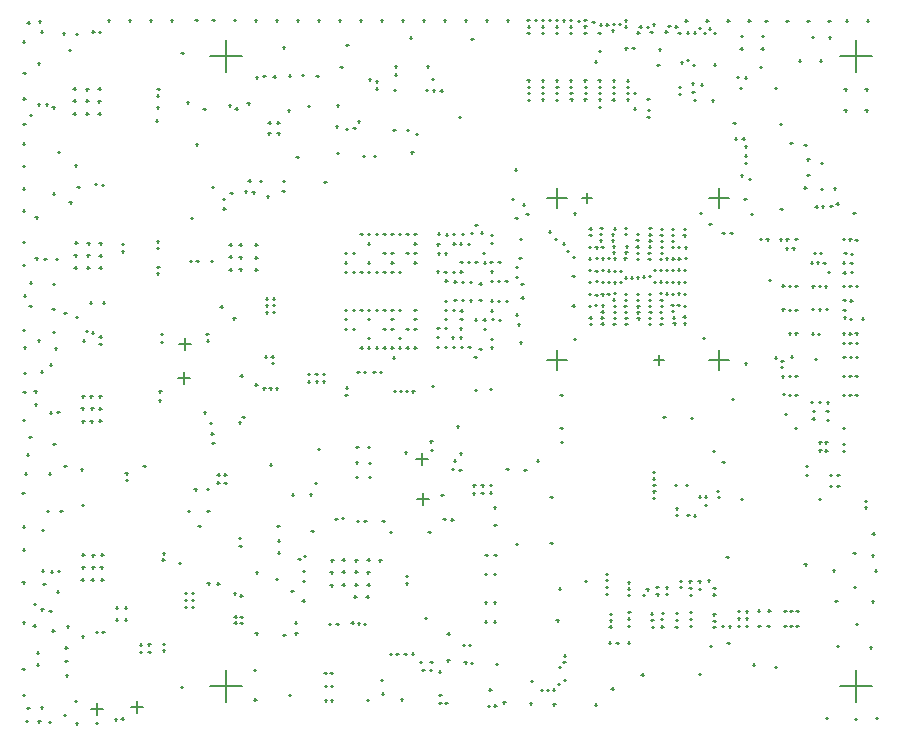
<source format=gbr>
%TF.GenerationSoftware,Altium Limited,Altium Designer,25.7.1 (20)*%
G04 Layer_Color=128*
%FSLAX45Y45*%
%MOMM*%
%TF.SameCoordinates,1AA72D45-9F13-4BD8-B423-63960E99F270*%
%TF.FilePolarity,Positive*%
%TF.FileFunction,Drillmap*%
%TF.Part,Single*%
G01*
G75*
%TA.AperFunction,NonConductor*%
%ADD91C,0.12700*%
D91*
X6984898Y400990D02*
X7254138D01*
X7119518Y266370D02*
Y535610D01*
X1650898Y400990D02*
X1920138D01*
X1785518Y266370D02*
Y535610D01*
X1650898Y5734990D02*
X1920138D01*
X1785518Y5600370D02*
Y5869610D01*
X6984898Y5734990D02*
X7254138D01*
X7119518Y5600370D02*
Y5869610D01*
X4501058Y3158388D02*
X4670984D01*
X4586021Y3073425D02*
Y3243351D01*
X4501058Y4530903D02*
X4670984D01*
X4586021Y4445940D02*
Y4615866D01*
X4797654Y4530903D02*
X4882490D01*
X4840072Y4488485D02*
Y4573321D01*
X5408168Y3158388D02*
X5493004D01*
X5450586Y3115970D02*
Y3200806D01*
X5873674Y3158388D02*
X6043600D01*
X5958637Y3073425D02*
Y3243351D01*
X5873674Y4530903D02*
X6043600D01*
X5958637Y4445940D02*
Y4615866D01*
X2508936Y1714119D02*
X2529256D01*
X2519096Y1703959D02*
Y1724279D01*
X2494128Y2021865D02*
X2514448D01*
X2504288Y2011705D02*
Y2032025D01*
X2478938Y2977439D02*
X2499258D01*
X2489098Y2967279D02*
Y2987599D01*
X2478659Y5312715D02*
X2498979D01*
X2488819Y5302555D02*
Y5322875D01*
X2478126Y3040558D02*
X2498446D01*
X2488286Y3030398D02*
Y3050718D01*
X236855Y1261059D02*
X257175D01*
X247015Y1250899D02*
Y1271219D01*
X2444979Y1499413D02*
X2465299D01*
X2455139Y1489253D02*
Y1509573D01*
X2437841Y1289202D02*
X2458161D01*
X2448001Y1279042D02*
Y1299362D01*
X2435784Y1375562D02*
X2456104D01*
X2445944Y1365402D02*
Y1385722D01*
X2432660Y1122350D02*
X2452980D01*
X2442820Y1112190D02*
Y1132510D01*
X2425802Y5570804D02*
X2446122D01*
X2435962Y5560644D02*
Y5580964D01*
X2397633Y1474241D02*
X2417953D01*
X2407793Y1464081D02*
Y1484401D01*
X2382139Y6035675D02*
X2402459D01*
X2392299Y6025515D02*
Y6045835D01*
X2381733Y4880839D02*
X2402053D01*
X2391893Y4870679D02*
Y4890999D01*
X2371344Y844321D02*
X2391664D01*
X2381504Y834161D02*
Y854481D01*
X2369591Y936727D02*
X2389911D01*
X2379751Y926567D02*
Y946887D01*
X2344649Y2020595D02*
X2364969D01*
X2354809Y2010435D02*
Y2030755D01*
X2337257Y1205306D02*
X2357577D01*
X2347417Y1195146D02*
Y1215466D01*
X224638Y1376020D02*
X244958D01*
X234798Y1365860D02*
Y1386180D01*
X223977Y1721002D02*
X244297D01*
X234137Y1710842D02*
Y1731162D01*
X2319274Y5566943D02*
X2339594D01*
X2329434Y5556783D02*
Y5577103D01*
X2314778Y324663D02*
X2335098D01*
X2324938Y314503D02*
Y334823D01*
X2310079Y5273243D02*
X2330399D01*
X2320239Y5263083D02*
Y5283403D01*
X219685Y1048080D02*
X240005D01*
X229845Y1037920D02*
Y1058240D01*
X2270023Y830605D02*
X2290343D01*
X2280183Y820445D02*
Y840765D01*
X2267458Y4676496D02*
X2287778D01*
X2277618Y4666336D02*
Y4686656D01*
X217907Y218821D02*
X238227D01*
X228067Y208661D02*
Y228981D01*
X2264893Y5807050D02*
X2285213D01*
X2275053Y5796890D02*
Y5817210D01*
X2262962Y4590974D02*
X2283282D01*
X2273122Y4580814D02*
Y4601134D01*
X217145Y3061919D02*
X237465D01*
X227305Y3051759D02*
Y3072079D01*
X215646Y5940654D02*
X235966D01*
X225806Y5930494D02*
Y5950814D01*
X2225878Y1630782D02*
X2246198D01*
X2236038Y1620622D02*
Y1640942D01*
X2225497Y1528547D02*
X2245817D01*
X2235657Y1518387D02*
Y1538707D01*
X2217623Y5077536D02*
X2243023D01*
X2230323Y5064836D02*
Y5090236D01*
X2218258Y1752905D02*
X2238578D01*
X2228418Y1742745D02*
Y1763065D01*
X2215718Y5167351D02*
X2241118D01*
X2228418Y5154651D02*
Y5180051D01*
X2205914Y1306195D02*
X2226234D01*
X2216074Y1296035D02*
Y1316355D01*
X2205507Y2918638D02*
X2225827D01*
X2215667Y2908478D02*
Y2928798D01*
X2204339Y6035675D02*
X2224659D01*
X2214499Y6025515D02*
Y6045835D01*
X2186483Y5559323D02*
X2206803D01*
X2196643Y5549163D02*
Y5569483D01*
X2181860Y3563798D02*
X2202180D01*
X2192020Y3553638D02*
Y3573958D01*
X2181200Y3680028D02*
X2201520D01*
X2191360Y3669868D02*
Y3690188D01*
X2181200Y3623234D02*
X2201520D01*
X2191360Y3613074D02*
Y3633394D01*
X2170811Y3136417D02*
X2191131D01*
X2180971Y3126257D02*
Y3146577D01*
X2170151Y3189199D02*
X2190471D01*
X2180311Y3179039D02*
Y3199359D01*
X2156943Y2274748D02*
X2177263D01*
X2167103Y2264588D02*
Y2284908D01*
X2153310Y2918485D02*
X2173630D01*
X2163470Y2908325D02*
Y2928645D01*
X2144928Y5167808D02*
X2170328D01*
X2157628Y5155108D02*
Y5180508D01*
X2136851Y5079441D02*
X2162251D01*
X2149551Y5066741D02*
Y5092141D01*
X2130146Y4544670D02*
X2150466D01*
X2140306Y4534510D02*
Y4554830D01*
X2124405Y3563137D02*
X2144725D01*
X2134565Y3552977D02*
Y3573297D01*
X2123745Y3679368D02*
X2144065D01*
X2133905Y3669208D02*
Y3689528D01*
X2123745Y3622573D02*
X2144065D01*
X2133905Y3612413D02*
Y3632733D01*
X2114702Y3189199D02*
X2135022D01*
X2124862Y3179039D02*
Y3199359D01*
X202590Y6026353D02*
X222910D01*
X212750Y6016193D02*
Y6036513D01*
X2099869Y2918485D02*
X2120189D01*
X2110029Y2908325D02*
Y2928645D01*
X2099285Y5565877D02*
X2119605D01*
X2109445Y5555717D02*
Y5576037D01*
X2073580Y4672711D02*
X2093900D01*
X2083740Y4662551D02*
Y4682871D01*
X2038680Y5552567D02*
X2059000D01*
X2048840Y5542407D02*
Y5562727D01*
X2037664Y1360551D02*
X2057984D01*
X2047824Y1350391D02*
Y1370711D01*
X2034591Y845312D02*
X2054911D01*
X2044751Y835152D02*
Y855472D01*
X194564Y99365D02*
X214884D01*
X204724Y89205D02*
Y109525D01*
X2031568Y2951759D02*
X2051888D01*
X2041728Y2941599D02*
Y2961919D01*
X2028927Y4135526D02*
X2054327D01*
X2041627Y4122826D02*
Y4148226D01*
X2028927Y4023868D02*
X2054327D01*
X2041627Y4011168D02*
Y4036568D01*
X2028927Y3922903D02*
X2054327D01*
X2041627Y3910203D02*
Y3935603D01*
X2026539Y6035675D02*
X2046859D01*
X2036699Y6025515D02*
Y6045835D01*
X2023643Y284124D02*
X2043963D01*
X2033803Y273964D02*
Y294284D01*
X2022348Y537159D02*
X2042668D01*
X2032508Y526999D02*
Y547319D01*
X2008353Y4577867D02*
X2028673D01*
X2018513Y4567707D02*
Y4588027D01*
X192151Y3324885D02*
X212471D01*
X202311Y3314725D02*
Y3335045D01*
X191948Y5324399D02*
X212268D01*
X202108Y5314239D02*
Y5334559D01*
X191897Y5670118D02*
X212217D01*
X202057Y5659958D02*
Y5680278D01*
X1974266Y4678147D02*
X1994586D01*
X1984426Y4667987D02*
Y4688307D01*
X1965909Y5335473D02*
X1991309D01*
X1978609Y5322773D02*
Y5348173D01*
X1944218Y4587215D02*
X1964538D01*
X1954378Y4577055D02*
Y4597375D01*
X1923669Y2675611D02*
X1943989D01*
X1933829Y2665451D02*
Y2685771D01*
X183591Y682676D02*
X203911D01*
X193751Y672516D02*
Y692836D01*
X1907870Y934060D02*
X1928190D01*
X1918030Y923900D02*
Y944220D01*
X1907515Y3026867D02*
X1927835D01*
X1917675Y3016707D02*
Y3037027D01*
X1906651Y984860D02*
X1926971D01*
X1916811Y974700D02*
Y995020D01*
X1905686Y1164768D02*
X1926006D01*
X1915846Y1154608D02*
Y1174928D01*
X181432Y580695D02*
X201752D01*
X191592Y570535D02*
Y590855D01*
X1899082Y1583766D02*
X1919402D01*
X1909242Y1573606D02*
Y1593926D01*
X1895754Y4137101D02*
X1921154D01*
X1908454Y4124401D02*
Y4149801D01*
X1895754Y4031005D02*
X1921154D01*
X1908454Y4018305D02*
Y4043705D01*
X1895754Y3927018D02*
X1921154D01*
X1908454Y3914318D02*
Y3939718D01*
X1895094Y1652143D02*
X1915414D01*
X1905254Y1641983D02*
Y1662303D01*
X1891106Y2631491D02*
X1911426D01*
X1901266Y2621331D02*
Y2641651D01*
X1864817Y5285232D02*
X1890217D01*
X1877517Y5272532D02*
Y5297932D01*
X1855876Y987146D02*
X1876196D01*
X1866036Y976986D02*
Y997306D01*
X1855699Y936346D02*
X1876019D01*
X1865859Y926186D02*
Y946506D01*
X1850796Y1182802D02*
X1871116D01*
X1860956Y1172642D02*
Y1192962D01*
X1849196Y6039714D02*
X1869516D01*
X1859356Y6029554D02*
Y6049874D01*
X1845386Y3511423D02*
X1865706D01*
X1855546Y3501263D02*
Y3521583D01*
X1821739Y4575251D02*
X1842059D01*
X1831899Y4565091D02*
Y4585411D01*
X1814728Y4135730D02*
X1840128D01*
X1827428Y4123030D02*
Y4148430D01*
X1812722Y4031869D02*
X1838122D01*
X1825422Y4019169D02*
Y4044569D01*
X1811299Y3923995D02*
X1836699D01*
X1823999Y3911295D02*
Y3936695D01*
X1808455Y5315712D02*
X1828775D01*
X1818615Y5305552D02*
Y5325872D01*
X171526Y4020033D02*
X191846D01*
X181686Y4009873D02*
Y4030193D01*
X170790Y4366285D02*
X191110D01*
X180950Y4356125D02*
Y4376445D01*
X1771117Y2119147D02*
X1791437D01*
X1781277Y2108987D02*
Y2129307D01*
X1770278Y2189632D02*
X1790598D01*
X1780438Y2179472D02*
Y2199792D01*
X1760601Y4441495D02*
X1780921D01*
X1770761Y4431335D02*
Y4451655D01*
X1759839Y4522495D02*
X1780159D01*
X1769999Y4512335D02*
Y4532655D01*
X1737868Y3612540D02*
X1758188D01*
X1748028Y3602380D02*
Y3622700D01*
X164084Y2784069D02*
X184404D01*
X174244Y2773909D02*
Y2794229D01*
X162763Y2893543D02*
X183083D01*
X172923Y2883383D02*
Y2903703D01*
X1712087Y2189632D02*
X1732407D01*
X1722247Y2179472D02*
Y2199792D01*
X1711274Y2121586D02*
X1731594D01*
X1721434Y2111426D02*
Y2131746D01*
X1711147Y1266342D02*
X1731467D01*
X1721307Y1256182D02*
Y1276502D01*
X159868Y1092759D02*
X180188D01*
X170028Y1082599D02*
Y1102919D01*
X1669974Y6039714D02*
X1690294D01*
X1680134Y6029554D02*
Y6049874D01*
X1668780Y2455799D02*
X1689100D01*
X1678940Y2445639D02*
Y2465959D01*
X1665046Y4626686D02*
X1685366D01*
X1675206Y4616526D02*
Y4636846D01*
X1659661Y2536368D02*
X1679981D01*
X1669821Y2526208D02*
Y2546528D01*
X1654327Y3999052D02*
X1674647D01*
X1664487Y3988892D02*
Y4009212D01*
X1648079Y2625674D02*
X1668399D01*
X1658239Y2615514D02*
Y2635834D01*
X154965Y911352D02*
X175285D01*
X165125Y901192D02*
Y921512D01*
X1628267Y1267765D02*
X1648587D01*
X1638427Y1257605D02*
Y1277925D01*
X1625270Y1883639D02*
X1645590D01*
X1635430Y1873479D02*
Y1893799D01*
X1622120Y3324631D02*
X1642440D01*
X1632280Y3314471D02*
Y3334791D01*
X1621206Y2065909D02*
X1641526D01*
X1631366Y2055749D02*
Y2076069D01*
X1618234Y3378073D02*
X1638554D01*
X1628394Y3367913D02*
Y3388233D01*
X1596746Y2716098D02*
X1617066D01*
X1606906Y2705938D02*
Y2726258D01*
X1594155Y5286985D02*
X1614475D01*
X1604315Y5276825D02*
Y5297145D01*
X1551203Y1755191D02*
X1571523D01*
X1561363Y1745031D02*
Y1765351D01*
X1534947Y3996969D02*
X1555267D01*
X1545107Y3986809D02*
Y4007129D01*
X1530248Y4984775D02*
X1550568D01*
X1540408Y4974615D02*
Y4994935D01*
X1525448Y6039079D02*
X1545768D01*
X1535608Y6028919D02*
Y6049239D01*
X1517066Y2063674D02*
X1537386D01*
X1527226Y2053514D02*
Y2073834D01*
X1493825Y1069492D02*
X1514145D01*
X1503985Y1059332D02*
Y1079652D01*
X1493164Y1185723D02*
X1513484D01*
X1503324Y1175563D02*
Y1195883D01*
X1493164Y1128928D02*
X1513484D01*
X1503324Y1118768D02*
Y1139088D01*
X1488923Y4361688D02*
X1509243D01*
X1499083Y4351528D02*
Y4371848D01*
X1479525Y3997630D02*
X1499845D01*
X1489685Y3987470D02*
Y4007790D01*
X1462405Y1879244D02*
X1482725D01*
X1472565Y1869084D02*
Y1889404D01*
X1453972Y5341137D02*
X1474292D01*
X1464132Y5330977D02*
Y5351297D01*
X1436370Y1068832D02*
X1456690D01*
X1446530Y1058672D02*
Y1078992D01*
X1435710Y1185062D02*
X1456030D01*
X1445870Y1174902D02*
Y1195222D01*
X1435710Y1128268D02*
X1456030D01*
X1445870Y1118108D02*
Y1138428D01*
X1390320Y3294507D02*
X1491920D01*
X1441120Y3243707D02*
Y3345307D01*
X1382293Y3010129D02*
X1483893D01*
X1433093Y2959329D02*
Y3060929D01*
X1407414Y5757240D02*
X1427734D01*
X1417574Y5747080D02*
Y5767400D01*
X1403655Y392684D02*
X1423975D01*
X1413815Y382524D02*
Y402844D01*
X1386738Y1441272D02*
X1407058D01*
X1396898Y1431112D02*
Y1451432D01*
X125578Y5233365D02*
X145898D01*
X135738Y5223205D02*
Y5243525D01*
X1315339Y6035675D02*
X1335659D01*
X1325499Y6025515D02*
Y6045835D01*
X122250Y3814318D02*
X142570D01*
X132410Y3804158D02*
Y3824478D01*
X120294Y3616198D02*
X140614D01*
X130454Y3606038D02*
Y3626358D01*
X118364Y2507183D02*
X138684D01*
X128524Y2497023D02*
Y2517343D01*
X1252423Y700862D02*
X1272743D01*
X1262583Y690702D02*
Y711022D01*
X1252144Y754380D02*
X1272464D01*
X1262304Y744220D02*
Y764540D01*
X1248435Y1522527D02*
X1268755D01*
X1258595Y1512367D02*
Y1532687D01*
X1245540Y1469263D02*
X1265860D01*
X1255700Y1459103D02*
Y1479423D01*
X1230732Y3378073D02*
X1251052D01*
X1240892Y3367913D02*
Y3388233D01*
X1230732Y3314141D02*
X1251052D01*
X1240892Y3303981D02*
Y3324301D01*
X1220089Y2893085D02*
X1240409D01*
X1230249Y2882925D02*
Y2903245D01*
X1218438Y2817927D02*
X1238758D01*
X1228598Y2807767D02*
Y2828087D01*
X1204798Y5452593D02*
X1225118D01*
X1214958Y5442433D02*
Y5462753D01*
X1202944Y3946957D02*
X1223264D01*
X1213104Y3936797D02*
Y3957117D01*
X1201649Y5298973D02*
X1221969D01*
X1211809Y5288813D02*
Y5309133D01*
X1201395Y3893134D02*
X1221715D01*
X1211555Y3882974D02*
Y3903294D01*
X1200074Y5398414D02*
X1220394D01*
X1210234Y5388254D02*
Y5408574D01*
X1199820Y4108221D02*
X1220140D01*
X1209980Y4098061D02*
Y4118381D01*
X1199363Y4163187D02*
X1219683D01*
X1209523Y4153027D02*
Y4173347D01*
X1191006Y5187391D02*
X1211326D01*
X1201166Y5177231D02*
Y5197551D01*
X1137539Y6035675D02*
X1157859D01*
X1147699Y6025515D02*
Y6045835D01*
X1128293Y685343D02*
X1148613D01*
X1138453Y675183D02*
Y695503D01*
X1126947Y751484D02*
X1147267D01*
X1137107Y741324D02*
Y761644D01*
X103784Y6015660D02*
X124104D01*
X113944Y6005500D02*
Y6025820D01*
X102057Y211836D02*
X122377D01*
X112217Y201676D02*
Y221996D01*
X101117Y2358517D02*
X121437D01*
X111277Y2348357D02*
Y2368677D01*
X1084986Y2263165D02*
X1105306D01*
X1095146Y2253005D02*
Y2273325D01*
X1057351Y750646D02*
X1077671D01*
X1067511Y740486D02*
Y760806D01*
X1056818Y686029D02*
X1077138D01*
X1066978Y675869D02*
Y696189D01*
X981608Y220878D02*
X1083208D01*
X1032408Y170078D02*
Y271678D01*
X91161Y100736D02*
X111481D01*
X101321Y90576D02*
Y110896D01*
X959739Y6035675D02*
X980059D01*
X969899Y6025515D02*
Y6045835D01*
X938606Y2143658D02*
X958926D01*
X948766Y2133498D02*
Y2153818D01*
X933399Y2199538D02*
X953719D01*
X943559Y2189378D02*
Y2209698D01*
X928599Y1063777D02*
X948919D01*
X938759Y1053617D02*
Y1073937D01*
X926440Y961796D02*
X946760D01*
X936600Y951636D02*
Y971956D01*
X901649Y4079138D02*
X921969D01*
X911809Y4068978D02*
Y4089298D01*
X900405Y4144137D02*
X920725D01*
X910565Y4133977D02*
Y4154297D01*
X898855Y124028D02*
X919175D01*
X909015Y113868D02*
Y134188D01*
X79502Y2198370D02*
X99822D01*
X89662Y2188210D02*
Y2208530D01*
X852399Y1063777D02*
X872719D01*
X862559Y1053617D02*
Y1073937D01*
X850240Y961796D02*
X870560D01*
X860400Y951636D02*
Y971956D01*
X845998Y116815D02*
X866318D01*
X856158Y106655D02*
Y126975D01*
X73076Y3705758D02*
X93396D01*
X83236Y3695598D02*
Y3715918D01*
X71730Y3266592D02*
X92050D01*
X81890Y3256432D02*
Y3276752D01*
X71730Y3047136D02*
X92050D01*
X81890Y3036976D02*
Y3057296D01*
X781939Y6035675D02*
X802259D01*
X792099Y6025515D02*
Y6045835D01*
X69088Y5589753D02*
X89408D01*
X79248Y5579593D02*
Y5599913D01*
X69063Y2889936D02*
X89383D01*
X79223Y2879776D02*
Y2900096D01*
X67742Y5373446D02*
X88062D01*
X77902Y5363286D02*
Y5383606D01*
X67742Y5155794D02*
X88062D01*
X77902Y5145634D02*
Y5165954D01*
X66421Y5855462D02*
X86741D01*
X76581Y5845302D02*
Y5865622D01*
X66396Y2649601D02*
X86716D01*
X76556Y2639441D02*
Y2659761D01*
X741909Y3645281D02*
X762229D01*
X752069Y3635121D02*
Y3655441D01*
X65049Y4991557D02*
X85369D01*
X75209Y4981397D02*
Y5001717D01*
X65049Y4611040D02*
X85369D01*
X75209Y4600880D02*
Y4621200D01*
X65049Y4424096D02*
X85369D01*
X75209Y4413936D02*
Y4434256D01*
X736194Y856463D02*
X756514D01*
X746354Y846303D02*
Y866623D01*
X731368Y4642256D02*
X751688D01*
X741528Y4632096D02*
Y4652416D01*
X722757Y1508989D02*
X748157D01*
X735457Y1496289D02*
Y1521689D01*
X722757Y1300404D02*
X748157D01*
X735457Y1287704D02*
Y1313104D01*
X63729Y3963467D02*
X84049D01*
X73889Y3953307D02*
Y3973627D01*
X719430Y1403020D02*
X744830D01*
X732130Y1390320D02*
Y1415720D01*
X63449Y1749704D02*
X83769D01*
X73609Y1739544D02*
Y1759864D01*
X63449Y1554734D02*
X83769D01*
X73609Y1544574D02*
Y1564894D01*
X63449Y937616D02*
X83769D01*
X73609Y927456D02*
Y947776D01*
X63449Y322326D02*
X83769D01*
X73609Y312166D02*
Y332486D01*
X7287158Y129896D02*
X7307478D01*
X7297318Y119736D02*
Y140056D01*
X7277456Y1376807D02*
X7297776D01*
X7287616Y1366647D02*
Y1386967D01*
X7257898Y1689608D02*
X7278218D01*
X7268058Y1679448D02*
Y1699768D01*
X7255231Y1505331D02*
X7275551D01*
X7265391Y1495171D02*
Y1515491D01*
X7252208Y1116559D02*
X7272528D01*
X7262368Y1106399D02*
Y1126719D01*
X713257Y4149039D02*
X738657D01*
X725957Y4136339D02*
Y4161739D01*
X713257Y3940454D02*
X738657D01*
X725957Y3927754D02*
Y3953154D01*
X7234707Y726161D02*
X7255027D01*
X7244867Y716001D02*
Y736321D01*
X712749Y3357118D02*
X733069D01*
X722909Y3346958D02*
Y3367278D01*
X712648Y3296133D02*
X732968D01*
X722808Y3285973D02*
Y3306293D01*
X7212635Y6033008D02*
X7232955D01*
X7222795Y6022848D02*
Y6043168D01*
X709930Y4043070D02*
X735330D01*
X722630Y4030370D02*
Y4055770D01*
X709473Y2854655D02*
X734873D01*
X722173Y2841955D02*
Y2867355D01*
X709473Y2646070D02*
X734873D01*
X722173Y2633370D02*
Y2658770D01*
X7199300Y5450891D02*
X7219620D01*
X7209460Y5440731D02*
Y5461051D01*
X7199300Y5273091D02*
X7219620D01*
X7209460Y5262931D02*
Y5283251D01*
X7195388Y1911020D02*
X7215708D01*
X7205548Y1900860D02*
Y1921180D01*
X7194067Y1964360D02*
X7214387D01*
X7204227Y1954200D02*
Y1974520D01*
X62408Y3414700D02*
X82728D01*
X72568Y3404540D02*
Y3424860D01*
X62382Y4803292D02*
X82702D01*
X72542Y4793132D02*
Y4813452D01*
X62382Y4159733D02*
X82702D01*
X72542Y4149573D02*
Y4169893D01*
X706145Y2748686D02*
X731545D01*
X718845Y2735986D02*
Y2761386D01*
X708635Y5936894D02*
X728955D01*
X718795Y5926734D02*
Y5947054D01*
X7168439Y3510356D02*
X7188759D01*
X7178599Y3500196D02*
Y3520516D01*
X703758Y5454828D02*
X729158D01*
X716458Y5442128D02*
Y5467528D01*
X703758Y5246243D02*
X729158D01*
X716458Y5233543D02*
Y5258943D01*
X7118528Y926389D02*
X7138848D01*
X7128688Y916229D02*
Y936549D01*
X7118223Y3185185D02*
X7138543D01*
X7128383Y3175025D02*
Y3195345D01*
X7117461Y3302076D02*
X7137781D01*
X7127621Y3291916D02*
Y3312236D01*
X7116928Y3787470D02*
X7137248D01*
X7127088Y3777310D02*
Y3797630D01*
X700430Y5348859D02*
X725830D01*
X713130Y5336159D02*
Y5361559D01*
X7114667Y2865425D02*
X7134987D01*
X7124827Y2855265D02*
Y2875585D01*
X7114642Y3384906D02*
X7134962D01*
X7124802Y3374746D02*
Y3395066D01*
X7114642Y3023006D02*
X7134962D01*
X7124802Y3012846D02*
Y3033166D01*
X7114210Y4174947D02*
X7134530D01*
X7124370Y4164787D02*
Y4185107D01*
X7106539Y120193D02*
X7126859D01*
X7116699Y110033D02*
Y130353D01*
X7102653Y1238910D02*
X7122973D01*
X7112813Y1228750D02*
Y1249070D01*
X7097065Y1525397D02*
X7117385D01*
X7107225Y1515237D02*
Y1535557D01*
X7094804Y4402506D02*
X7115124D01*
X7104964Y4392346D02*
Y4412666D01*
X7074256Y4058615D02*
X7094576D01*
X7084416Y4048455D02*
Y4068775D01*
X7073214Y3904894D02*
X7093534D01*
X7083374Y3894734D02*
Y3915054D01*
X7072401Y3982618D02*
X7092721D01*
X7082561Y3972458D02*
Y3992778D01*
X7069557Y3663188D02*
X7089877D01*
X7079717Y3653028D02*
Y3673348D01*
X7067347Y3506724D02*
X7087667D01*
X7077507Y3496564D02*
Y3516884D01*
X7064883Y3186176D02*
X7085203D01*
X7075043Y3176016D02*
Y3196336D01*
X7061327Y3785057D02*
X7081647D01*
X7071487Y3774897D02*
Y3795217D01*
X7061327Y3382874D02*
X7081647D01*
X7071487Y3372714D02*
Y3393034D01*
X7061327Y2865272D02*
X7081647D01*
X7071487Y2855112D02*
Y2875432D01*
X7061302Y3022371D02*
X7081622D01*
X7071462Y3012211D02*
Y3032531D01*
X7061276Y3302076D02*
X7081596D01*
X7071436Y3291916D02*
Y3312236D01*
X7061251Y4181424D02*
X7081571D01*
X7071411Y4171264D02*
Y4191584D01*
X61036Y1277010D02*
X81356D01*
X71196Y1266850D02*
Y1287170D01*
X61036Y543966D02*
X81356D01*
X71196Y533806D02*
Y554126D01*
X7034835Y6033008D02*
X7055155D01*
X7044995Y6022848D02*
Y6043168D01*
X7021500Y5450891D02*
X7041820D01*
X7031660Y5440731D02*
Y5461051D01*
X7021500Y5273091D02*
X7041820D01*
X7031660Y5262931D02*
Y5283251D01*
X7020966Y4064432D02*
X7041286D01*
X7031126Y4054272D02*
Y4074592D01*
X7014896Y3521075D02*
X7035216D01*
X7025056Y3510915D02*
Y3531235D01*
X7013296Y3900475D02*
X7033616D01*
X7023456Y3890315D02*
Y3910635D01*
X7011670Y3665830D02*
X7031990D01*
X7021830Y3655670D02*
Y3675990D01*
X7011670Y3584423D02*
X7031990D01*
X7021830Y3574263D02*
Y3594583D01*
X7011568Y3184423D02*
X7031888D01*
X7021728Y3174263D02*
Y3194583D01*
X7007987Y2388438D02*
X7028307D01*
X7018147Y2378278D02*
Y2398598D01*
X7007987Y4184421D02*
X7028307D01*
X7018147Y4174261D02*
Y4194581D01*
X7007987Y3984422D02*
X7028307D01*
X7018147Y3974262D02*
Y3994582D01*
X7007987Y3784422D02*
X7028307D01*
X7018147Y3774262D02*
Y3794582D01*
X7007987Y3384423D02*
X7028307D01*
X7018147Y3374263D02*
Y3394583D01*
X7007987Y3304438D02*
X7028307D01*
X7018147Y3294278D02*
Y3314598D01*
X7007987Y3024429D02*
X7028307D01*
X7018147Y3014269D02*
Y3034589D01*
X7007987Y2864434D02*
X7028307D01*
X7018147Y2854274D02*
Y2874594D01*
X7007987Y2584425D02*
X7028307D01*
X7018147Y2574265D02*
Y2594585D01*
X7007581Y2449271D02*
X7027901D01*
X7017741Y2439111D02*
Y2459431D01*
X6960641Y2184273D02*
X6980961D01*
X6970801Y2174113D02*
Y2194433D01*
X6960616Y2093595D02*
X6980936D01*
X6970776Y2083435D02*
Y2103755D01*
X6958914Y735863D02*
X6979234D01*
X6969074Y725703D02*
Y746023D01*
X6953758Y4483532D02*
X6974078D01*
X6963918Y4473372D02*
Y4493692D01*
X6943395Y1120445D02*
X6963715D01*
X6953555Y1110285D02*
Y1130605D01*
X643941Y206172D02*
X745541D01*
X694741Y155372D02*
Y256972D01*
X6929933Y4612234D02*
X6950253D01*
X6940093Y4602074D02*
Y4622394D01*
X6923964Y1378763D02*
X6944284D01*
X6934124Y1368603D02*
Y1388923D01*
X683260Y88671D02*
X703580D01*
X693420Y78511D02*
Y98831D01*
X59614Y2032914D02*
X79934D01*
X69774Y2022754D02*
Y2043074D01*
X682092Y858444D02*
X702412D01*
X692252Y848284D02*
Y868604D01*
X6900012Y4462805D02*
X6920332D01*
X6910172Y4452645D02*
Y4472965D01*
X6895871Y2185086D02*
X6916191D01*
X6906031Y2174926D02*
Y2195246D01*
X6895846Y2094408D02*
X6916166D01*
X6906006Y2084248D02*
Y2104568D01*
X6889293Y5891505D02*
X6909613D01*
X6899453Y5881345D02*
Y5901665D01*
X6883273Y6031687D02*
X6903593D01*
X6893433Y6021527D02*
Y6041847D01*
X6878447Y3904437D02*
X6898767D01*
X6888607Y3894277D02*
Y3914597D01*
X6874002Y2800452D02*
X6894322D01*
X6884162Y2790292D02*
Y2810612D01*
X6871589Y2653894D02*
X6891909D01*
X6881749Y2643734D02*
Y2664054D01*
X6869151Y2728392D02*
X6889471D01*
X6879311Y2718232D02*
Y2738552D01*
X6865696Y129896D02*
X6886016D01*
X6875856Y119736D02*
Y140056D01*
X6861048Y3593160D02*
X6881368D01*
X6871208Y3583000D02*
Y3603320D01*
X6858254Y2461717D02*
X6878574D01*
X6868414Y2451557D02*
Y2471877D01*
X6858254Y2392045D02*
X6878574D01*
X6868414Y2381885D02*
Y2402205D01*
X6857365Y3782212D02*
X6877685D01*
X6867525Y3772052D02*
Y3792372D01*
X6842455Y3981806D02*
X6862775D01*
X6852615Y3971646D02*
Y3991966D01*
X675259Y4648937D02*
X695579D01*
X685419Y4638777D02*
Y4659097D01*
X6831584Y4460367D02*
X6851904D01*
X6841744Y4450207D02*
Y4470527D01*
X6823634Y4825492D02*
X6843954D01*
X6833794Y4815332D02*
Y4835652D01*
X6823634Y4607763D02*
X6843954D01*
X6833794Y4597603D02*
Y4617923D01*
X6812839Y4065143D02*
X6833159D01*
X6822999Y4054983D02*
Y4075303D01*
X6812077Y5693893D02*
X6832397D01*
X6822237Y5683733D02*
Y5704053D01*
X6807479Y2393772D02*
X6827799D01*
X6817639Y2383612D02*
Y2403932D01*
X6807454Y2462022D02*
X6827774D01*
X6817614Y2451862D02*
Y2472182D01*
X6806032Y1983943D02*
X6826352D01*
X6816192Y1973783D02*
Y1994103D01*
X6805193Y2802077D02*
X6825513D01*
X6815353Y2791917D02*
Y2812237D01*
X6804050Y3784244D02*
X6824370D01*
X6814210Y3774084D02*
Y3794404D01*
X6801968Y3588283D02*
X6822288D01*
X6812128Y3578123D02*
Y3598443D01*
X6797015Y3381096D02*
X6817335D01*
X6807175Y3370936D02*
Y3391256D01*
X6787769Y3985844D02*
X6808089D01*
X6797929Y3975684D02*
Y3996004D01*
X6774917Y4458335D02*
X6795237D01*
X6785077Y4448175D02*
Y4468495D01*
X6771513Y3166008D02*
X6791833D01*
X6781673Y3155848D02*
Y3176168D01*
X6759550Y4067886D02*
X6779870D01*
X6769710Y4057726D02*
Y4078046D01*
X6751752Y2728392D02*
X6772072D01*
X6761912Y2718232D02*
Y2738552D01*
X6750126Y2663622D02*
X6770446D01*
X6760286Y2653462D02*
Y2673782D01*
X6747688Y3783432D02*
X6768008D01*
X6757848Y3773272D02*
Y3793592D01*
X6746088Y3589909D02*
X6766408D01*
X6756248Y3579749D02*
Y3600069D01*
X6743776Y5894172D02*
X6764096D01*
X6753936Y5884012D02*
Y5904332D01*
X6743675Y3382620D02*
X6763995D01*
X6753835Y3372460D02*
Y3392780D01*
X6734429Y3984422D02*
X6754749D01*
X6744589Y3974262D02*
Y3994582D01*
X6733946Y2802890D02*
X6754266D01*
X6744106Y2792730D02*
Y2813050D01*
X6705930Y4857826D02*
X6726250D01*
X6716090Y4847666D02*
Y4867986D01*
X6705930Y4728083D02*
X6726250D01*
X6716090Y4717923D02*
Y4738243D01*
X6705473Y6031687D02*
X6725793D01*
X6715633Y6021527D02*
Y6041847D01*
X6692646Y2260397D02*
X6712966D01*
X6702806Y2250237D02*
Y2270557D01*
X6691833Y2187524D02*
X6712153D01*
X6701993Y2177364D02*
Y2197684D01*
X6682384Y4980508D02*
X6702704D01*
X6692544Y4970348D02*
Y4990668D01*
X6681622Y1428725D02*
X6701942D01*
X6691782Y1418565D02*
Y1438885D01*
X6679870Y4619955D02*
X6700190D01*
X6690030Y4609795D02*
Y4630115D01*
X6634277Y5693893D02*
X6654597D01*
X6644437Y5683733D02*
Y5704053D01*
X6613906Y1033196D02*
X6634226D01*
X6624066Y1023036D02*
Y1043356D01*
X6613246Y905612D02*
X6633566D01*
X6623406Y895452D02*
Y915772D01*
X652526Y5940908D02*
X672846D01*
X662686Y5930748D02*
Y5951068D01*
X6604889Y4184421D02*
X6625209D01*
X6615049Y4174261D02*
Y4194581D01*
X6604889Y3784422D02*
X6625209D01*
X6615049Y3774262D02*
Y3794582D01*
X6604889Y3584423D02*
X6625209D01*
X6615049Y3574263D02*
Y3594583D01*
X6604889Y3384423D02*
X6625209D01*
X6615049Y3374263D02*
Y3394583D01*
X6604889Y3024429D02*
X6625209D01*
X6615049Y3014269D02*
Y3034589D01*
X6604889Y2864434D02*
X6625209D01*
X6615049Y2854274D02*
Y2874594D01*
X6601663Y2584425D02*
X6621983D01*
X6611823Y2574265D02*
Y2594585D01*
X650342Y3391586D02*
X670662D01*
X660502Y3381426D02*
Y3401746D01*
X647675Y1505204D02*
X673075D01*
X660375Y1492504D02*
Y1517904D01*
X647090Y1405128D02*
X672490D01*
X659790Y1392428D02*
Y1417828D01*
X6580175Y4105123D02*
X6600495D01*
X6590335Y4094963D02*
Y4115283D01*
X6566510Y3187827D02*
X6586830D01*
X6576670Y3177667D02*
Y3197987D01*
X645185Y1298194D02*
X670585D01*
X657885Y1285494D02*
Y1310894D01*
X6562522Y1035101D02*
X6582842D01*
X6572682Y1024941D02*
Y1045261D01*
X6561861Y907517D02*
X6582181D01*
X6572021Y897357D02*
Y917677D01*
X6561506Y4995367D02*
X6581826D01*
X6571666Y4985207D02*
Y5005527D01*
X6551549Y3585540D02*
X6571869D01*
X6561709Y3575380D02*
Y3595700D01*
X6551549Y3385058D02*
X6571869D01*
X6561709Y3374898D02*
Y3395218D01*
X6551549Y3024759D02*
X6571869D01*
X6561709Y3014599D02*
Y3034919D01*
X6551397Y2865577D02*
X6571717D01*
X6561557Y2855417D02*
Y2875737D01*
X6547714Y3785870D02*
X6568034D01*
X6557874Y3775710D02*
Y3796030D01*
X6527673Y6031687D02*
X6547993D01*
X6537833Y6021527D02*
Y6041847D01*
X6527470Y4180307D02*
X6547790D01*
X6537630Y4170147D02*
Y4190467D01*
X6525311Y4105123D02*
X6545631D01*
X6535471Y4094963D02*
Y4115283D01*
X6517107Y2700147D02*
X6537427D01*
X6527267Y2689987D02*
Y2710307D01*
X6511722Y1035228D02*
X6532042D01*
X6521882Y1025068D02*
Y1045388D01*
X6511061Y907644D02*
X6531381D01*
X6521221Y897484D02*
Y917804D01*
X6498311Y2870937D02*
X6518631D01*
X6508471Y2860777D02*
Y2881097D01*
X638581Y2749855D02*
X663981D01*
X651281Y2737155D02*
Y2762555D01*
X6494526Y3789909D02*
X6514846D01*
X6504686Y3779749D02*
Y3800069D01*
X6493789Y3588436D02*
X6514109D01*
X6503949Y3578276D02*
Y3598596D01*
X6492646Y3021635D02*
X6512966D01*
X6502806Y3011475D02*
Y3031795D01*
X6485788Y3153131D02*
X6506108D01*
X6495948Y3142971D02*
Y3163291D01*
X6483121Y3099841D02*
X6503441D01*
X6493281Y3089681D02*
Y3110001D01*
X6479794Y4439310D02*
X6500114D01*
X6489954Y4429150D02*
Y4449470D01*
X636676Y2642921D02*
X662076D01*
X649376Y2630221D02*
Y2655621D01*
X6475374Y5158867D02*
X6495694D01*
X6485534Y5148707D02*
Y5169027D01*
X6474130Y4181577D02*
X6494450D01*
X6484290Y4171417D02*
Y4191737D01*
X633451Y2852776D02*
X658851D01*
X646151Y2840076D02*
Y2865476D01*
X6434125Y5464734D02*
X6454445D01*
X6444285Y5454574D02*
Y5474894D01*
X6432423Y559232D02*
X6452743D01*
X6442583Y549072D02*
Y569392D01*
X6429629Y3179394D02*
X6449949D01*
X6439789Y3169234D02*
Y3189554D01*
X633349Y3646272D02*
X653669D01*
X643509Y3636112D02*
Y3656432D01*
X6380277Y3838372D02*
X6400597D01*
X6390437Y3828212D02*
Y3848532D01*
X6375451Y1037869D02*
X6395771D01*
X6385611Y1027709D02*
Y1048029D01*
X6368771Y909625D02*
X6389091D01*
X6378931Y899465D02*
Y919785D01*
X6360211Y4180307D02*
X6380531D01*
X6370371Y4170147D02*
Y4190467D01*
X6349873Y6031687D02*
X6370193D01*
X6360033Y6021527D02*
Y6041847D01*
X6320739Y5904840D02*
X6341059D01*
X6330899Y5894680D02*
Y5915000D01*
X6318047Y5795366D02*
X6338367D01*
X6328207Y5785206D02*
Y5805526D01*
X6307074Y4184980D02*
X6327394D01*
X6317234Y4174820D02*
Y4195140D01*
X6303721Y5640426D02*
X6324041D01*
X6313881Y5630266D02*
Y5650586D01*
X6291275Y909625D02*
X6311595D01*
X6301435Y899465D02*
Y919785D01*
X6288608Y1037209D02*
X6308928D01*
X6298768Y1027049D02*
Y1047369D01*
X6243244Y580746D02*
X6263564D01*
X6253404Y570586D02*
Y590906D01*
X6230010Y4395191D02*
X6250330D01*
X6240170Y4385031D02*
Y4405351D01*
X6209843Y4689627D02*
X6230163D01*
X6220003Y4679467D02*
Y4699787D01*
X6206312Y6033033D02*
X6226632D01*
X6216472Y6022873D02*
Y6043193D01*
X608711Y4147160D02*
X634111D01*
X621411Y4134460D02*
Y4159860D01*
X608127Y4047084D02*
X633527D01*
X620827Y4034384D02*
Y4059784D01*
X6187389Y972210D02*
X6207709D01*
X6197549Y962050D02*
Y982370D01*
X6186399Y1031850D02*
X6206719D01*
X6196559Y1021690D02*
Y1042010D01*
X6184392Y908279D02*
X6204712D01*
X6194552Y898119D02*
Y918439D01*
X6179541Y3130093D02*
X6199861D01*
X6189701Y3119933D02*
Y3140253D01*
X6178271Y4967935D02*
X6198591D01*
X6188431Y4957775D02*
Y4978095D01*
X6178067Y4890668D02*
X6198387D01*
X6188227Y4880508D02*
Y4900828D01*
X6177255Y4828337D02*
X6197575D01*
X6187415Y4818177D02*
Y4838497D01*
X6177128Y5551068D02*
X6197448D01*
X6187288Y5540908D02*
Y5561228D01*
X606222Y3940150D02*
X631622D01*
X618922Y3927450D02*
Y3952850D01*
X6173394Y4520286D02*
X6193714D01*
X6183554Y4510126D02*
Y4530446D01*
X6156808Y5034255D02*
X6177128D01*
X6166968Y5024095D02*
Y5044415D01*
X6145301Y4722343D02*
X6165621D01*
X6155461Y4712183D02*
Y4732503D01*
X6144184Y1984096D02*
X6164504D01*
X6154344Y1973936D02*
Y1994256D01*
X6142939Y5904840D02*
X6163259D01*
X6153099Y5894680D02*
Y5915000D01*
X6140247Y5795366D02*
X6160567D01*
X6150407Y5785206D02*
Y5805526D01*
X6135446Y5463337D02*
X6155766D01*
X6145606Y5453177D02*
Y5473497D01*
X6119927Y972210D02*
X6140247D01*
X6130087Y962050D02*
Y982370D01*
X6119597Y1035202D02*
X6139917D01*
X6129757Y1025042D02*
Y1045362D01*
X6116930Y908279D02*
X6137250D01*
X6127090Y898119D02*
Y918439D01*
X6111646Y5555082D02*
X6131966D01*
X6121806Y5544922D02*
Y5565242D01*
X599211Y5452948D02*
X624611D01*
X611911Y5440248D02*
Y5465648D01*
X598627Y5352872D02*
X624027D01*
X611327Y5340172D02*
Y5365572D01*
X6093054Y5034788D02*
X6113374D01*
X6103214Y5024628D02*
Y5044948D01*
X6081420Y5167224D02*
X6101740D01*
X6091580Y5157064D02*
Y5177384D01*
X596722Y5245938D02*
X622122D01*
X609422Y5233238D02*
Y5258638D01*
X598272Y3403194D02*
X618592D01*
X608432Y3393034D02*
Y3413354D01*
X6067323Y2831643D02*
X6087643D01*
X6077483Y2821483D02*
Y2841803D01*
X6056173Y4235399D02*
X6076493D01*
X6066333Y4225239D02*
Y4245559D01*
X6043422Y904367D02*
X6063742D01*
X6053582Y894207D02*
Y914527D01*
X6029554Y765785D02*
X6049874D01*
X6039714Y755625D02*
Y775945D01*
X6028512Y6033033D02*
X6048832D01*
X6038672Y6022873D02*
Y6043193D01*
X6022137Y1489634D02*
X6042457D01*
X6032297Y1479474D02*
Y1499794D01*
X5988152Y4234180D02*
X6008472D01*
X5998312Y4224020D02*
Y4244340D01*
X5987745Y2296262D02*
X6008065D01*
X5997905Y2286102D02*
Y2306422D01*
X5984392Y906475D02*
X6004712D01*
X5994552Y896315D02*
Y916635D01*
X5949518Y2000504D02*
X5969838D01*
X5959678Y1990344D02*
Y2010664D01*
X5941568Y2050694D02*
X5961888D01*
X5951728Y2040534D02*
Y2060854D01*
X5915330Y5661101D02*
X5935650D01*
X5925490Y5650941D02*
Y5671261D01*
X5914466Y5929274D02*
X5934786D01*
X5924626Y5919114D02*
Y5939434D01*
X5911698Y950214D02*
X5932018D01*
X5921858Y940054D02*
Y960374D01*
X5911063Y1230401D02*
X5931383D01*
X5921223Y1220241D02*
Y1240561D01*
X5910377Y1005434D02*
X5930697D01*
X5920537Y995274D02*
Y1015594D01*
X5909564Y1173455D02*
X5929884D01*
X5919724Y1163295D02*
Y1183615D01*
X5909564Y896899D02*
X5929884D01*
X5919724Y886739D02*
Y907059D01*
X5909158Y2389505D02*
X5929478D01*
X5919318Y2379345D02*
Y2399665D01*
X5897194Y5358181D02*
X5917514D01*
X5907354Y5348021D02*
Y5368341D01*
X5880532Y736651D02*
X5900852D01*
X5890692Y726491D02*
Y746811D01*
X5875757Y4311371D02*
X5896077D01*
X5885917Y4301211D02*
Y4321531D01*
X5874639Y5964758D02*
X5894959D01*
X5884799Y5954598D02*
Y5974918D01*
X5862599Y1293266D02*
X5882919D01*
X5872759Y1283106D02*
Y1303426D01*
X5850712Y6033033D02*
X5871032D01*
X5860872Y6022873D02*
Y6043193D01*
X5840781Y2003323D02*
X5861101D01*
X5850941Y1993163D02*
Y2013483D01*
X5839562Y1933321D02*
X5859882D01*
X5849722Y1923161D02*
Y1943481D01*
X5829630Y5930316D02*
X5849950D01*
X5839790Y5920156D02*
Y5940476D01*
X5821578Y3347898D02*
X5841898D01*
X5831738Y3337738D02*
Y3358058D01*
X572186Y3324631D02*
X592506D01*
X582346Y3314471D02*
Y3334791D01*
X5803087Y5491607D02*
X5823407D01*
X5813247Y5481447D02*
Y5501767D01*
X5795797Y4403268D02*
X5816117D01*
X5805957Y4393108D02*
Y4413428D01*
X5789701Y499288D02*
X5810021D01*
X5799861Y489128D02*
Y509448D01*
X5789574Y1221715D02*
X5809894D01*
X5799734Y1211555D02*
Y1231875D01*
X5786958Y5968797D02*
X5807278D01*
X5797118Y5958637D02*
Y5978957D01*
X5786806Y2002790D02*
X5807126D01*
X5796966Y1992630D02*
Y2012950D01*
X5785383Y1285824D02*
X5805703D01*
X5795543Y1275664D02*
Y1295984D01*
X564058Y1508989D02*
X589458D01*
X576758Y1496289D02*
Y1521689D01*
X5748299Y1843049D02*
X5768619D01*
X5758459Y1832889D02*
Y1853209D01*
X5747868Y5932500D02*
X5768188D01*
X5758028Y5922340D02*
Y5942660D01*
X5743423Y5358765D02*
X5763743D01*
X5753583Y5348605D02*
Y5368925D01*
X563143Y2854655D02*
X588543D01*
X575843Y2841955D02*
Y2867355D01*
X5737682Y5655818D02*
X5758002D01*
X5747842Y5645658D02*
Y5665978D01*
X562153Y2641803D02*
X587553D01*
X574853Y2629103D02*
Y2654503D01*
X5732348Y5427091D02*
X5752668D01*
X5742508Y5416931D02*
Y5437251D01*
X562051Y1405128D02*
X587451D01*
X574751Y1392428D02*
Y1417828D01*
X5728487Y5501361D02*
X5748807D01*
X5738647Y5491201D02*
Y5511521D01*
X561137Y2750795D02*
X586537D01*
X573837Y2738095D02*
Y2763495D01*
X5718886Y2666898D02*
X5739206D01*
X5729046Y2656738D02*
Y2677058D01*
X560629Y1297254D02*
X586029D01*
X573329Y1284554D02*
Y1309954D01*
X5712714Y1024788D02*
X5733034D01*
X5722874Y1014628D02*
Y1034948D01*
X5710022Y966013D02*
X5730342D01*
X5720182Y955853D02*
Y976173D01*
X562381Y1933651D02*
X582701D01*
X572541Y1923491D02*
Y1943811D01*
X5709564Y1170457D02*
X5729884D01*
X5719724Y1160297D02*
Y1180617D01*
X5709564Y907263D02*
X5729884D01*
X5719724Y897103D02*
Y917423D01*
X5709234Y1228395D02*
X5729554D01*
X5719394Y1218235D02*
Y1238555D01*
X5707304Y1286002D02*
X5727624D01*
X5717464Y1275842D02*
Y1296162D01*
X561746Y820064D02*
X582066D01*
X571906Y809904D02*
Y830224D01*
X5690768Y1846148D02*
X5711088D01*
X5700928Y1835988D02*
Y1856308D01*
X5685866Y5698007D02*
X5706186D01*
X5696026Y5687847D02*
Y5708167D01*
X5685079Y5931611D02*
X5705399D01*
X5695239Y5921451D02*
Y5941771D01*
X5677179Y2100986D02*
X5697499D01*
X5687339Y2090826D02*
Y2111146D01*
X5672912Y6033033D02*
X5693232D01*
X5683072Y6022873D02*
Y6043193D01*
X5669153Y4023284D02*
X5689473D01*
X5679313Y4013124D02*
Y4033444D01*
X558216Y2233752D02*
X578536D01*
X568376Y2223592D02*
Y2243912D01*
X5668315Y4113174D02*
X5688635D01*
X5678475Y4103014D02*
Y4123334D01*
X5662676Y3469132D02*
X5682996D01*
X5672836Y3458972D02*
Y3479292D01*
X5662168Y3919753D02*
X5682488D01*
X5672328Y3909593D02*
Y3929913D01*
X5662168Y3821659D02*
X5682488D01*
X5672328Y3811499D02*
Y3831819D01*
X5662168Y3719855D02*
X5682488D01*
X5672328Y3709695D02*
Y3730015D01*
X5662168Y3619043D02*
X5682488D01*
X5672328Y3608883D02*
Y3629203D01*
X5661762Y4269638D02*
X5682082D01*
X5671922Y4259478D02*
Y4279798D01*
X5658206Y4214419D02*
X5678526D01*
X5668366Y4204259D02*
Y4224579D01*
X5657012Y3526765D02*
X5677332D01*
X5667172Y3516605D02*
Y3536925D01*
X5634685Y5679542D02*
X5655005D01*
X5644845Y5669382D02*
Y5689702D01*
X5626481Y1290345D02*
X5646801D01*
X5636641Y1280185D02*
Y1300505D01*
X5626430Y1235253D02*
X5646750D01*
X5636590Y1225093D02*
Y1245413D01*
X5619801Y5413324D02*
X5640121D01*
X5629961Y5403164D02*
Y5423484D01*
X5616550Y5468798D02*
X5636870D01*
X5626710Y5458638D02*
Y5478958D01*
X5615788Y5929503D02*
X5636108D01*
X5625948Y5919343D02*
Y5939663D01*
X5612968Y4018966D02*
X5633288D01*
X5623128Y4008806D02*
Y4029126D01*
X5612181Y4114216D02*
X5632501D01*
X5622341Y4104056D02*
Y4124376D01*
X5611622Y3924833D02*
X5631942D01*
X5621782Y3914673D02*
Y3934993D01*
X5611317Y3817391D02*
X5631637D01*
X5621477Y3807231D02*
Y3827551D01*
X5609158Y3722827D02*
X5629478D01*
X5619318Y3712667D02*
Y3732987D01*
X5606796Y3625494D02*
X5627116D01*
X5616956Y3615334D02*
Y3635654D01*
X5595772Y1016127D02*
X5616092D01*
X5605932Y1005967D02*
Y1026287D01*
X5594274Y1849450D02*
X5614594D01*
X5604434Y1839290D02*
Y1859610D01*
X5592420Y956666D02*
X5612740D01*
X5602580Y946506D02*
Y966826D01*
X5591327Y1902714D02*
X5611647D01*
X5601487Y1892554D02*
Y1912874D01*
X5589575Y898804D02*
X5609895D01*
X5599735Y888644D02*
Y908964D01*
X5589041Y5982538D02*
X5609361D01*
X5599201Y5972378D02*
Y5992698D01*
X5583174Y2099462D02*
X5603494D01*
X5593334Y2089302D02*
Y2109622D01*
X5572887Y3468751D02*
X5593207D01*
X5583047Y3458591D02*
Y3478911D01*
X5569001Y3519424D02*
X5589321D01*
X5579161Y3509264D02*
Y3529584D01*
X5562168Y4018382D02*
X5582488D01*
X5572328Y4008222D02*
Y4028542D01*
X5561787Y3575888D02*
X5582107D01*
X5571947Y3565728D02*
Y3586048D01*
X5561381Y4114749D02*
X5581701D01*
X5571541Y4104589D02*
Y4124909D01*
X5561051Y4271239D02*
X5581371D01*
X5571211Y4261079D02*
Y4281399D01*
X5561051Y4220439D02*
X5581371D01*
X5571211Y4210279D02*
Y4230599D01*
X5561051Y4169639D02*
X5581371D01*
X5571211Y4159479D02*
Y4179799D01*
X5560695Y3821836D02*
X5581015D01*
X5570855Y3811676D02*
Y3831996D01*
X5559247Y3922547D02*
X5579567D01*
X5569407Y3912387D02*
Y3932707D01*
X5558511Y3718890D02*
X5578831D01*
X5568671Y3708730D02*
Y3729050D01*
X5555996Y3626358D02*
X5576316D01*
X5566156Y3616198D02*
Y3636518D01*
X5528310Y5989041D02*
X5548630D01*
X5538470Y5978881D02*
Y5999201D01*
X5510581Y4019372D02*
X5530901D01*
X5520741Y4009212D02*
Y4029532D01*
X5509768Y3820236D02*
X5530088D01*
X5519928Y3810076D02*
Y3830396D01*
X5508498Y3920211D02*
X5528818D01*
X5518658Y3910051D02*
Y3930371D01*
X5507457Y3722497D02*
X5527777D01*
X5517617Y3712337D02*
Y3732657D01*
X5506771Y1179881D02*
X5527091D01*
X5516931Y1169721D02*
Y1190041D01*
X5506466Y1234719D02*
X5526786D01*
X5516626Y1224559D02*
Y1244879D01*
X5504231Y5940146D02*
X5524551D01*
X5514391Y5929986D02*
Y5950306D01*
X5486959Y2678379D02*
X5507279D01*
X5497119Y2668219D02*
Y2688539D01*
X5473522Y1020115D02*
X5493842D01*
X5483682Y1009955D02*
Y1030275D01*
X5469560Y902894D02*
X5489880D01*
X5479720Y892734D02*
Y913054D01*
X5468823Y965352D02*
X5489143D01*
X5478983Y955192D02*
Y975512D01*
X5465394Y4117061D02*
X5485714D01*
X5475554Y4106901D02*
Y4127221D01*
X5465242Y4169664D02*
X5485562D01*
X5475402Y4159504D02*
Y4179824D01*
X5464556Y4271239D02*
X5484876D01*
X5474716Y4261079D02*
Y4281399D01*
X5464556Y3617849D02*
X5484876D01*
X5474716Y3607689D02*
Y3628009D01*
X5464480Y4064991D02*
X5484800D01*
X5474640Y4054831D02*
Y4075151D01*
X5464200Y3517163D02*
X5484520D01*
X5474360Y3507003D02*
Y3527323D01*
X5463311Y4220439D02*
X5483631D01*
X5473471Y4210279D02*
Y4230599D01*
X5462397Y3669640D02*
X5482717D01*
X5472557Y3659480D02*
Y3679800D01*
X5460771Y3466465D02*
X5481091D01*
X5470931Y3456305D02*
Y3476625D01*
X5459070Y3824300D02*
X5479390D01*
X5469230Y3814140D02*
Y3834460D01*
X5458765Y4012692D02*
X5479085D01*
X5468925Y4002532D02*
Y4022852D01*
X5457368Y3567557D02*
X5477688D01*
X5467528Y3557397D02*
Y3577717D01*
X5457139Y3921074D02*
X5477459D01*
X5467299Y3910914D02*
Y3931234D01*
X5456403Y3725418D02*
X5476723D01*
X5466563Y3715258D02*
Y3735578D01*
X5451373Y5789041D02*
X5471693D01*
X5461533Y5778881D02*
Y5799201D01*
X5436819Y5657469D02*
X5457139D01*
X5446979Y5647309D02*
Y5667629D01*
X5429555Y1175588D02*
X5449875D01*
X5439715Y1165428D02*
Y1185748D01*
X5427396Y1235227D02*
X5447716D01*
X5437556Y1225067D02*
Y1245387D01*
X5406771Y3819881D02*
X5427091D01*
X5416931Y3809721D02*
Y3830041D01*
X5405552Y3919372D02*
X5425872D01*
X5415712Y3909212D02*
Y3929532D01*
X5402707Y2047646D02*
X5423027D01*
X5412867Y2037486D02*
Y2057806D01*
X5402682Y2099462D02*
X5423002D01*
X5412842Y2089302D02*
Y2109622D01*
X5400116Y2155774D02*
X5420436D01*
X5410276Y2145614D02*
Y2165934D01*
X5400116Y1993036D02*
X5420436D01*
X5410276Y1982876D02*
Y2003196D01*
X5397957Y2212975D02*
X5418277D01*
X5408117Y2202815D02*
Y2223135D01*
X5397627Y6000445D02*
X5417947D01*
X5407787Y5990285D02*
Y6010605D01*
X5389575Y898017D02*
X5409895D01*
X5399735Y887857D02*
Y908177D01*
X5384597Y957123D02*
X5404917D01*
X5394757Y946963D02*
Y967283D01*
X5383251Y1013257D02*
X5403571D01*
X5393411Y1003097D02*
Y1023417D01*
X5377688Y5936158D02*
X5398008D01*
X5387848Y5925998D02*
Y5946318D01*
X5369281Y3564560D02*
X5389601D01*
X5379441Y3554400D02*
Y3574720D01*
X5368900Y4221632D02*
X5389220D01*
X5379060Y4211472D02*
Y4231792D01*
X5368671Y4170832D02*
X5388991D01*
X5378831Y4160672D02*
Y4180992D01*
X5368315Y4276903D02*
X5388635D01*
X5378475Y4266743D02*
Y4287063D01*
X5366233Y3869004D02*
X5386553D01*
X5376393Y3858844D02*
Y3879164D01*
X5365166Y4120134D02*
X5385486D01*
X5375326Y4109974D02*
Y4130294D01*
X5364734Y3462757D02*
X5385054D01*
X5374894Y3452597D02*
Y3472917D01*
X5364683Y3513963D02*
X5385003D01*
X5374843Y3503803D02*
Y3524123D01*
X5362321Y3719627D02*
X5382641D01*
X5372481Y3709467D02*
Y3729787D01*
X5362321Y3668827D02*
X5382641D01*
X5372481Y3658667D02*
Y3678987D01*
X5362321Y3618027D02*
X5382641D01*
X5372481Y3607867D02*
Y3628187D01*
X5361508Y4017315D02*
X5381828D01*
X5371668Y4007155D02*
Y4027475D01*
X5360568Y4068115D02*
X5380888D01*
X5370728Y4057955D02*
Y4078275D01*
X527380Y4623333D02*
X547700D01*
X537540Y4613173D02*
Y4633493D01*
X5353914Y5277764D02*
X5374234D01*
X5364074Y5267604D02*
Y5287924D01*
X5353406Y5216576D02*
X5373726D01*
X5363566Y5206416D02*
Y5226736D01*
X5351475Y5370068D02*
X5371795D01*
X5361635Y5359908D02*
Y5380228D01*
X5347437Y5980582D02*
X5367757D01*
X5357597Y5970422D02*
Y5990742D01*
X5343931Y1217346D02*
X5364251D01*
X5354091Y1207186D02*
Y1227506D01*
X5313680Y3865575D02*
X5334000D01*
X5323840Y3855415D02*
Y3875735D01*
X5313223Y1170457D02*
X5333543D01*
X5323383Y1160297D02*
Y1180617D01*
X5302631Y495681D02*
X5322951D01*
X5312791Y485521D02*
Y505841D01*
X5285892Y5982208D02*
X5306212D01*
X5296052Y5972048D02*
Y5992368D01*
X5267833Y3512464D02*
X5288153D01*
X5277993Y3502304D02*
Y3522624D01*
X5267096Y3614064D02*
X5287416D01*
X5277256Y3603904D02*
Y3624224D01*
X5267071Y5932297D02*
X5287391D01*
X5277231Y5922137D02*
Y5942457D01*
X5266665Y3563264D02*
X5286985D01*
X5276825Y3553104D02*
Y3573424D01*
X5263667Y4067251D02*
X5283987D01*
X5273827Y4057091D02*
Y4077411D01*
X5262169Y4012667D02*
X5282489D01*
X5272329Y4002507D02*
Y4022827D01*
X5262169Y3719627D02*
X5282489D01*
X5272329Y3709467D02*
Y3729787D01*
X5261762Y4225925D02*
X5282082D01*
X5271922Y4215765D02*
Y4236085D01*
X5261737Y3668827D02*
X5282057D01*
X5271897Y3658667D02*
Y3678987D01*
X5261686Y3859606D02*
X5282006D01*
X5271846Y3849446D02*
Y3869766D01*
X5260670Y4119651D02*
X5280990D01*
X5270830Y4109491D02*
Y4129811D01*
X5259095Y4173499D02*
X5279415D01*
X5269255Y4163339D02*
Y4183659D01*
X515823Y5922035D02*
X536143D01*
X525983Y5911875D02*
Y5932195D01*
X5239309Y5287366D02*
X5259629D01*
X5249469Y5277206D02*
Y5297526D01*
X5238090Y5420233D02*
X5258410D01*
X5248250Y5410073D02*
Y5430393D01*
X5226685Y5799150D02*
X5247005D01*
X5236845Y5788990D02*
Y5809310D01*
X512826Y3524275D02*
X533146D01*
X522986Y3514115D02*
Y3534435D01*
X512623Y83261D02*
X532943D01*
X522783Y73101D02*
Y93421D01*
X5210912Y3857752D02*
X5231232D01*
X5221072Y3847592D02*
Y3867912D01*
X5190211Y1023798D02*
X5210531D01*
X5200371Y1013638D02*
Y1033958D01*
X5189576Y767055D02*
X5209896D01*
X5199736Y756895D02*
Y777215D01*
X5188966Y1170584D02*
X5209286D01*
X5199126Y1160424D02*
Y1180744D01*
X5187493Y970509D02*
X5207813D01*
X5197653Y960349D02*
Y980669D01*
X5187493Y909701D02*
X5207813D01*
X5197653Y899541D02*
Y919861D01*
X5186451Y1277264D02*
X5206771D01*
X5196611Y1267104D02*
Y1287424D01*
X5185258Y1223924D02*
X5205578D01*
X5195418Y1213764D02*
Y1234084D01*
X5180152Y5419166D02*
X5200472D01*
X5190312Y5409006D02*
Y5429326D01*
X5179009Y5365826D02*
X5199329D01*
X5189169Y5355666D02*
Y5375986D01*
X5177714Y5472455D02*
X5198034D01*
X5187874Y5462295D02*
Y5482615D01*
X5177688Y5525922D02*
X5198008D01*
X5187848Y5515762D02*
Y5536082D01*
X5168316Y4122217D02*
X5188636D01*
X5178476Y4112057D02*
Y4132377D01*
X5165623Y4070782D02*
X5185943D01*
X5175783Y4060622D02*
Y4080942D01*
X5165573Y5798033D02*
X5185893D01*
X5175733Y5787873D02*
Y5808193D01*
X5164988Y3462757D02*
X5185308D01*
X5175148Y3452597D02*
Y3472917D01*
X5164404Y3513557D02*
X5184724D01*
X5174564Y3503397D02*
Y3523717D01*
X5163744Y4225849D02*
X5184064D01*
X5173904Y4215689D02*
Y4236009D01*
X5162880Y5982132D02*
X5183200D01*
X5173040Y5971972D02*
Y5992292D01*
X5162194Y3719627D02*
X5182514D01*
X5172354Y3709467D02*
Y3729787D01*
X5162194Y3668827D02*
X5182514D01*
X5172354Y3658667D02*
Y3678987D01*
X5161813Y6035472D02*
X5182133D01*
X5171973Y6025312D02*
Y6045632D01*
X5159985Y4276522D02*
X5180305D01*
X5170145Y4266362D02*
Y4286682D01*
X5159858Y3857701D02*
X5180178D01*
X5170018Y3847541D02*
Y3867861D01*
X5159604Y3564153D02*
X5179924D01*
X5169764Y3553993D02*
Y3574313D01*
X5157140Y4020693D02*
X5177460D01*
X5167300Y4010533D02*
Y4030853D01*
X5156937Y3615309D02*
X5177257D01*
X5167097Y3605149D02*
Y3625469D01*
X503225Y4150944D02*
X528625D01*
X515925Y4138244D02*
Y4163644D01*
X504292Y4806874D02*
X524612D01*
X514452Y4796714D02*
Y4817034D01*
X501218Y4047084D02*
X526618D01*
X513918Y4034384D02*
Y4059784D01*
X503225Y271120D02*
X523545D01*
X513385Y260960D02*
Y281280D01*
X5118125Y3817925D02*
X5138445D01*
X5128285Y3807765D02*
Y3828085D01*
X5118024Y3913048D02*
X5138344D01*
X5128184Y3902888D02*
Y3923208D01*
X5110937Y6006821D02*
X5131257D01*
X5121097Y5996661D02*
Y6016981D01*
X499796Y3939210D02*
X525196D01*
X512496Y3926510D02*
Y3951910D01*
X5090109Y761644D02*
X5110429D01*
X5100269Y751484D02*
Y771804D01*
X5070424Y3725824D02*
X5090744D01*
X5080584Y3715664D02*
Y3735984D01*
X5068951Y3568268D02*
X5089271D01*
X5079111Y3558108D02*
Y3578428D01*
X5068164Y3517468D02*
X5088484D01*
X5078324Y3507308D02*
Y3527628D01*
X5067224Y4019652D02*
X5087544D01*
X5077384Y4009492D02*
Y4029812D01*
X5067148Y3816325D02*
X5087468D01*
X5077308Y3806165D02*
Y3826485D01*
X5067097Y3912387D02*
X5087417D01*
X5077257Y3902227D02*
Y3922547D01*
X5066792Y4271899D02*
X5087112D01*
X5076952Y4261739D02*
Y4282059D01*
X5066132Y3618992D02*
X5086452D01*
X5076292Y3608832D02*
Y3629152D01*
X5063998Y3462807D02*
X5084318D01*
X5074158Y3452647D02*
Y3472967D01*
X5062474Y4070248D02*
X5082794D01*
X5072634Y4060088D02*
Y4080408D01*
X5061788Y4121252D02*
X5082108D01*
X5071948Y4111092D02*
Y4131412D01*
X5060315Y5471643D02*
X5080635D01*
X5070475Y5461483D02*
Y5481803D01*
X5060010Y3671189D02*
X5080330D01*
X5070170Y3661029D02*
Y3681349D01*
X5059502Y5418303D02*
X5079822D01*
X5069662Y5408143D02*
Y5428463D01*
X5057699Y5526278D02*
X5078019D01*
X5067859Y5516118D02*
Y5536438D01*
X5057648Y6004001D02*
X5077968D01*
X5067808Y5993841D02*
Y6014161D01*
X5056454Y5365039D02*
X5076774D01*
X5066614Y5354879D02*
Y5375199D01*
X5052035Y4172280D02*
X5072355D01*
X5062195Y4162120D02*
Y4182440D01*
X5050765Y4223080D02*
X5071085D01*
X5060925Y4212920D02*
Y4233240D01*
X5050511Y5950712D02*
X5070831D01*
X5060671Y5940552D02*
Y5960872D01*
X493725Y5456733D02*
X519125D01*
X506425Y5444033D02*
Y5469433D01*
X5048631Y377546D02*
X5068951D01*
X5058791Y367386D02*
Y387706D01*
X5036922Y1008710D02*
X5057242D01*
X5047082Y998550D02*
Y1018870D01*
X5033874Y955446D02*
X5054194D01*
X5044034Y945286D02*
Y965606D01*
X5031689Y902132D02*
X5052009D01*
X5041849Y891972D02*
Y912292D01*
X491719Y5352872D02*
X517119D01*
X504419Y5340172D02*
Y5365572D01*
X5025339Y767359D02*
X5045659D01*
X5035499Y757199D02*
Y777519D01*
X5016525Y3820744D02*
X5036845D01*
X5026685Y3810584D02*
Y3830904D01*
X5016475Y4022268D02*
X5036795D01*
X5026635Y4012108D02*
Y4032428D01*
X5016424Y3916121D02*
X5036744D01*
X5026584Y3905961D02*
Y3926281D01*
X490296Y5244998D02*
X515696D01*
X502996Y5232298D02*
Y5257698D01*
X5013909Y3718712D02*
X5034229D01*
X5024069Y3708552D02*
Y3728872D01*
X5004181Y6000242D02*
X5024501D01*
X5014341Y5990082D02*
Y6010402D01*
X5002555Y1237259D02*
X5022875D01*
X5012715Y1227099D02*
Y1247419D01*
X5001870Y1294689D02*
X5022190D01*
X5012030Y1284529D02*
Y1304849D01*
X5000549Y1179119D02*
X5020869D01*
X5010709Y1168959D02*
Y1189279D01*
X4999203Y1347978D02*
X5019523D01*
X5009363Y1337818D02*
Y1358138D01*
X4965725Y4019652D02*
X4986045D01*
X4975885Y4009492D02*
Y4029812D01*
X4965725Y3919652D02*
X4986045D01*
X4975885Y3909492D02*
Y3929812D01*
X4965725Y3819652D02*
X4986045D01*
X4975885Y3809492D02*
Y3829812D01*
X4965141Y3621405D02*
X4985461D01*
X4975301Y3611245D02*
Y3631565D01*
X4963973Y3568776D02*
X4984293D01*
X4974133Y3558616D02*
Y3578936D01*
X4963592Y4117950D02*
X4983912D01*
X4973752Y4107790D02*
Y4128110D01*
X4962779Y3715385D02*
X4983099D01*
X4972939Y3705225D02*
Y3725545D01*
X4962754Y3467075D02*
X4983074D01*
X4972914Y3456915D02*
Y3477235D01*
X4962677Y3517976D02*
X4982997D01*
X4972837Y3507816D02*
Y3528136D01*
X4955362Y4275328D02*
X4975682D01*
X4965522Y4265168D02*
Y4285488D01*
X4950511Y6000013D02*
X4970831D01*
X4960671Y5989853D02*
Y6010173D01*
X4950282Y4224528D02*
X4970602D01*
X4960442Y4214368D02*
Y4234688D01*
X4950206Y4172382D02*
X4970526D01*
X4960366Y4162222D02*
Y4182542D01*
X4942891Y5419700D02*
X4963211D01*
X4953051Y5409540D02*
Y5429860D01*
X4942434Y5302479D02*
X4962754D01*
X4952594Y5292319D02*
Y5312639D01*
X4941037Y5776468D02*
X4961357D01*
X4951197Y5766308D02*
Y5786628D01*
X4940630Y5366385D02*
X4960950D01*
X4950790Y5356225D02*
Y5376545D01*
X4940478Y5472989D02*
X4960798D01*
X4950638Y5462829D02*
Y5483149D01*
X4937684Y5929376D02*
X4958004D01*
X4947844Y5919216D02*
Y5939536D01*
X4937684Y5526278D02*
X4958004D01*
X4947844Y5516118D02*
Y5536438D01*
X4915383Y3826561D02*
X4935703D01*
X4925543Y3816401D02*
Y3836721D01*
X4913630Y4025290D02*
X4933950D01*
X4923790Y4015130D02*
Y4035450D01*
X4912182Y3913226D02*
X4932502D01*
X4922342Y3903066D02*
Y3923386D01*
X4912182Y3710788D02*
X4932502D01*
X4922342Y3700628D02*
Y3720948D01*
X4911903Y4112768D02*
X4932223D01*
X4922063Y4102608D02*
Y4122928D01*
X4909922Y242595D02*
X4930242D01*
X4920082Y232435D02*
Y252755D01*
X4909693Y3626510D02*
X4930013D01*
X4919853Y3616350D02*
Y3636670D01*
X4909337Y5685714D02*
X4929657D01*
X4919497Y5675554D02*
Y5695874D01*
X4887290Y6023559D02*
X4907610D01*
X4897450Y6013399D02*
Y6033719D01*
X4862906Y3464865D02*
X4883226D01*
X4873066Y3454705D02*
Y3475025D01*
X4862728Y3518306D02*
X4883048D01*
X4872888Y3508146D02*
Y3528466D01*
X4862170Y4272178D02*
X4882490D01*
X4872330Y4262018D02*
Y4282338D01*
X4862170Y4217111D02*
X4882490D01*
X4872330Y4206951D02*
Y4227271D01*
X4858614Y3919652D02*
X4878934D01*
X4868774Y3909492D02*
Y3929812D01*
X4858614Y3819652D02*
X4878934D01*
X4868774Y3809492D02*
Y3829812D01*
X4858614Y3719652D02*
X4878934D01*
X4868774Y3709492D02*
Y3729812D01*
X4858614Y3618865D02*
X4878934D01*
X4868774Y3608705D02*
Y3629025D01*
X4858360Y4114902D02*
X4878680D01*
X4868520Y4104742D02*
Y4125062D01*
X4855337Y4018102D02*
X4875657D01*
X4865497Y4007942D02*
Y4028262D01*
X4823892Y1288593D02*
X4844212D01*
X4834052Y1278433D02*
Y1298753D01*
X4821453Y5419674D02*
X4841773D01*
X4831613Y5409514D02*
Y5429834D01*
X4820641Y5473014D02*
X4840961D01*
X4830801Y5462854D02*
Y5483174D01*
X4818507Y5366410D02*
X4838827D01*
X4828667Y5356250D02*
Y5376570D01*
X4817796Y5983681D02*
X4838116D01*
X4827956Y5973521D02*
Y5993841D01*
X4817694Y5929376D02*
X4838014D01*
X4827854Y5919216D02*
Y5939536D01*
X4817694Y5526278D02*
X4838014D01*
X4827854Y5516118D02*
Y5536438D01*
X4817262Y6037021D02*
X4837582D01*
X4827422Y6026861D02*
Y6047181D01*
X4763922Y6030824D02*
X4784242D01*
X4774082Y6020664D02*
Y6040984D01*
X4730496Y4401312D02*
X4750816D01*
X4740656Y4391152D02*
Y4411472D01*
X4730496Y3337966D02*
X4750816D01*
X4740656Y3327806D02*
Y3348126D01*
X4721479Y4029862D02*
X4741799D01*
X4731639Y4019702D02*
Y4040022D01*
X4718177Y3619627D02*
X4738497D01*
X4728337Y3609467D02*
Y3629787D01*
X4717212Y3869639D02*
X4737532D01*
X4727372Y3859479D02*
Y3879799D01*
X4701642Y5366334D02*
X4721962D01*
X4711802Y5356174D02*
Y5376494D01*
X4699965Y5419649D02*
X4720285D01*
X4710125Y5409489D02*
Y5429809D01*
X4697705Y5929376D02*
X4718025D01*
X4707865Y5919216D02*
Y5939536D01*
X4697705Y5526278D02*
X4718025D01*
X4707865Y5516118D02*
Y5536438D01*
X4697552Y5472938D02*
X4717872D01*
X4707712Y5462778D02*
Y5483098D01*
X4696917Y5982716D02*
X4717237D01*
X4707077Y5972556D02*
Y5992876D01*
X4693971Y6035980D02*
X4714291D01*
X4704131Y6025820D02*
Y6046140D01*
X458572Y4494378D02*
X478892D01*
X468732Y4484218D02*
Y4504538D01*
X4669307Y4080078D02*
X4689627D01*
X4679467Y4069918D02*
Y4090238D01*
X4645939Y657504D02*
X4666259D01*
X4656099Y647344D02*
Y667664D01*
X4643018Y448005D02*
X4663338D01*
X4653178Y437845D02*
Y458165D01*
X4639793Y602386D02*
X4660113D01*
X4649953Y592226D02*
Y612546D01*
X4638777Y4144924D02*
X4659097D01*
X4648937Y4134764D02*
Y4155084D01*
X4637507Y6034126D02*
X4657827D01*
X4647667Y6023966D02*
Y6044286D01*
X454279Y5782310D02*
X474599D01*
X464439Y5772150D02*
Y5792470D01*
X4617669Y2465553D02*
X4637989D01*
X4627829Y2455393D02*
Y2475713D01*
X4617060Y2863698D02*
X4637380D01*
X4627220Y2853538D02*
Y2873858D01*
X4617060Y2586457D02*
X4637380D01*
X4627220Y2576297D02*
Y2596617D01*
X4604309Y1224331D02*
X4624629D01*
X4614469Y1214171D02*
Y1234491D01*
X4602785Y560527D02*
X4623105D01*
X4612945Y550367D02*
Y570687D01*
X4596714Y416712D02*
X4617034D01*
X4606874Y406552D02*
Y426872D01*
X4581703Y955523D02*
X4602023D01*
X4591863Y945363D02*
Y965683D01*
X4580153Y5472989D02*
X4600473D01*
X4590313Y5462829D02*
Y5483149D01*
X4578909Y5363489D02*
X4599229D01*
X4589069Y5353329D02*
Y5373649D01*
X4578528Y5419649D02*
X4598848D01*
X4588688Y5409489D02*
Y5429809D01*
X4577690Y5929376D02*
X4598010D01*
X4587850Y5919216D02*
Y5939536D01*
X4577690Y5526278D02*
X4598010D01*
X4587850Y5516118D02*
Y5536438D01*
X4576496Y6036031D02*
X4596816D01*
X4586656Y6025871D02*
Y6046191D01*
X4575607Y5982691D02*
X4595927D01*
X4585767Y5972531D02*
Y5992851D01*
X4571416Y4182440D02*
X4591736D01*
X4581576Y4172280D02*
Y4192600D01*
X4555261Y244348D02*
X4575581D01*
X4565421Y234188D02*
Y254508D01*
X4552950Y368808D02*
X4573270D01*
X4563110Y358648D02*
Y378968D01*
X4532351Y1999336D02*
X4552671D01*
X4542511Y1989176D02*
Y2009496D01*
X4532351Y1610639D02*
X4552671D01*
X4542511Y1600479D02*
Y1620799D01*
X4519473Y6039714D02*
X4539793D01*
X4529633Y6029554D02*
Y6049874D01*
X4517238Y4247185D02*
X4537558D01*
X4527398Y4237025D02*
Y4257345D01*
X4498873Y368148D02*
X4519193D01*
X4509033Y357988D02*
Y378308D01*
X438074Y904265D02*
X458394D01*
X448234Y894105D02*
Y914425D01*
X4460646Y5366258D02*
X4480966D01*
X4470806Y5356098D02*
Y5376418D01*
X4460011Y6035954D02*
X4480331D01*
X4470171Y6025794D02*
Y6046114D01*
X4459656Y5419598D02*
X4479976D01*
X4469816Y5409438D02*
Y5429758D01*
X4458716Y5472938D02*
X4479036D01*
X4468876Y5462778D02*
Y5483098D01*
X4457700Y5929376D02*
X4478020D01*
X4467860Y5919216D02*
Y5939536D01*
X4457700Y5526278D02*
X4478020D01*
X4467860Y5516118D02*
Y5536438D01*
X4456659Y5982716D02*
X4476979D01*
X4466819Y5972556D02*
Y5992876D01*
X4448073Y368148D02*
X4468393D01*
X4458233Y357988D02*
Y378308D01*
X4417289Y2307895D02*
X4437609D01*
X4427449Y2297735D02*
Y2318055D01*
X4401820Y6035853D02*
X4422140D01*
X4411980Y6025693D02*
Y6046013D01*
X4364279Y442011D02*
X4384599D01*
X4374439Y431851D02*
Y452171D01*
X427279Y489458D02*
X447599D01*
X437439Y479298D02*
Y499618D01*
X4357497Y251689D02*
X4377817D01*
X4367657Y241529D02*
Y261849D01*
X4339692Y5419598D02*
X4360012D01*
X4349852Y5409438D02*
Y5429758D01*
X4338447Y5982716D02*
X4358767D01*
X4348607Y5972556D02*
Y5992876D01*
X4338091Y5359197D02*
X4358411D01*
X4348251Y5349037D02*
Y5369357D01*
X4338066Y5472938D02*
X4358386D01*
X4348226Y5462778D02*
Y5483098D01*
X4337685Y5929376D02*
X4358005D01*
X4347845Y5919216D02*
Y5939536D01*
X4337685Y5526278D02*
X4358005D01*
X4347845Y5516118D02*
Y5536438D01*
X4334713Y6038342D02*
X4355033D01*
X4344873Y6028182D02*
Y6048502D01*
X4328820Y4395876D02*
X4349140D01*
X4338980Y4385716D02*
Y4406036D01*
X424053Y724560D02*
X444373D01*
X434213Y714400D02*
Y734720D01*
X424053Y611835D02*
X444373D01*
X434213Y601675D02*
Y621995D01*
X4310710Y2230679D02*
X4331030D01*
X4320870Y2220519D02*
Y2240839D01*
X4296385Y4475150D02*
X4316705D01*
X4306545Y4464990D02*
Y4485310D01*
X4286504Y3687851D02*
X4306824D01*
X4296664Y3677691D02*
Y3698011D01*
X4283939Y3800881D02*
X4304259D01*
X4294099Y3790721D02*
Y3811041D01*
X4274541Y3308477D02*
X4294861D01*
X4284701Y3298317D02*
Y3318637D01*
X4271416Y4183913D02*
X4291736D01*
X4281576Y4173753D02*
Y4194073D01*
X4268038Y4024554D02*
X4288358D01*
X4278198Y4014394D02*
Y4034714D01*
X4258234Y3461918D02*
X4278554D01*
X4268394Y3451758D02*
Y3472078D01*
X415773Y2261133D02*
X436093D01*
X425933Y2250973D02*
Y2271293D01*
X415773Y3558438D02*
X436093D01*
X425933Y3548278D02*
Y3568598D01*
X4239082Y3543732D02*
X4259402D01*
X4249242Y3533572D02*
Y3553892D01*
X4237965Y3944671D02*
X4258285D01*
X4248125Y3934511D02*
Y3954831D01*
X4237965Y3864661D02*
X4258285D01*
X4248125Y3854501D02*
Y3874821D01*
X4236822Y1600708D02*
X4257142D01*
X4246982Y1590548D02*
Y1610868D01*
X4235628Y4360088D02*
X4255948D01*
X4245788Y4349928D02*
Y4370248D01*
X4231691Y4771161D02*
X4252011D01*
X4241851Y4761001D02*
Y4781321D01*
X413537Y152756D02*
X433857D01*
X423697Y142596D02*
Y162916D01*
X4207002Y4524273D02*
X4227322D01*
X4217162Y4514113D02*
Y4534433D01*
X4160139Y6035675D02*
X4180459D01*
X4170299Y6025515D02*
Y6045835D01*
X4158386Y2234692D02*
X4178706D01*
X4168546Y2224532D02*
Y2244852D01*
X4154018Y3657397D02*
X4174338D01*
X4164178Y3647237D02*
Y3667557D01*
X4151147Y3829685D02*
X4171467D01*
X4161307Y3819525D02*
Y3839845D01*
X4132047Y261036D02*
X4152367D01*
X4142207Y250876D02*
Y271196D01*
X403911Y5924880D02*
X424231D01*
X414071Y5914720D02*
Y5935040D01*
X4094480Y3499282D02*
X4114800D01*
X4104640Y3489122D02*
Y3509442D01*
X4092118Y3987927D02*
X4112438D01*
X4102278Y3977767D02*
Y3998087D01*
X4087698Y3658489D02*
X4108018D01*
X4097858Y3648329D02*
Y3668649D01*
X4087216Y3830447D02*
X4107536D01*
X4097376Y3820287D02*
Y3840607D01*
X4069867Y585927D02*
X4090187D01*
X4080027Y575767D02*
Y596087D01*
X4057523Y1510005D02*
X4077843D01*
X4067683Y1499845D02*
Y1520165D01*
X4056532Y1764132D02*
X4076852D01*
X4066692Y1753972D02*
Y1774292D01*
X4055288Y232918D02*
X4075608D01*
X4065448Y222758D02*
Y243078D01*
X4053891Y945134D02*
X4074211D01*
X4064051Y934974D02*
Y955294D01*
X4053865Y1911096D02*
X4074185D01*
X4064025Y1900936D02*
Y1921256D01*
X4052062Y1106805D02*
X4072382D01*
X4062222Y1096645D02*
Y1116965D01*
X4050259Y1346556D02*
X4070579D01*
X4060419Y1336396D02*
Y1356716D01*
X4033266Y3505048D02*
X4053586D01*
X4043426Y3494888D02*
Y3515208D01*
X4029227Y4219524D02*
X4049547D01*
X4039387Y4209364D02*
Y4229684D01*
X4027932Y4149344D02*
X4048252D01*
X4038092Y4139184D02*
Y4159504D01*
X4027576Y3829660D02*
X4047896D01*
X4037736Y3819500D02*
Y3839820D01*
X4027399Y3339516D02*
X4047719D01*
X4037559Y3329356D02*
Y3349676D01*
X4026611Y3910635D02*
X4046931D01*
X4036771Y3900475D02*
Y3920795D01*
X4026052Y3578149D02*
X4046372D01*
X4036212Y3567989D02*
Y3588309D01*
X4025748Y3661918D02*
X4046068D01*
X4035908Y3651758D02*
Y3672078D01*
X4025011Y3266211D02*
X4045331D01*
X4035171Y3256051D02*
Y3276371D01*
X4022420Y3990645D02*
X4042740D01*
X4032580Y3980485D02*
Y4000805D01*
X4021125Y2036242D02*
X4041445D01*
X4031285Y2026082D02*
Y2046402D01*
X4020312Y2099361D02*
X4040632D01*
X4030472Y2089201D02*
Y2109521D01*
X4018255Y2912720D02*
X4038575D01*
X4028415Y2902560D02*
Y2922880D01*
X4013911Y369392D02*
X4034231D01*
X4024071Y359232D02*
Y379552D01*
X4000652Y231038D02*
X4020972D01*
X4010812Y220878D02*
Y241198D01*
X3982339Y6035675D02*
X4002659D01*
X3992499Y6025515D02*
Y6045835D01*
X3981323Y1510005D02*
X4001643D01*
X3991483Y1499845D02*
Y1520165D01*
X3977691Y945134D02*
X3998011D01*
X3987851Y934974D02*
Y955294D01*
X3975862Y1106805D02*
X3996182D01*
X3986022Y1096645D02*
Y1116965D01*
X3974059Y1346556D02*
X3994379D01*
X3984219Y1336396D02*
Y1356716D01*
X3967023Y3984371D02*
X3987343D01*
X3977183Y3974211D02*
Y3994531D01*
X3966388Y3420694D02*
X3986708D01*
X3976548Y3410534D02*
Y3430854D01*
X3964457Y3501339D02*
X3984777D01*
X3974617Y3491179D02*
Y3511499D01*
X3959352Y4065727D02*
X3979672D01*
X3969512Y4055567D02*
Y4075887D01*
X3948176Y2098523D02*
X3968496D01*
X3958336Y2088363D02*
Y2108683D01*
X3947338Y2033778D02*
X3967658D01*
X3957498Y2023618D02*
Y2043938D01*
X3940226Y4238473D02*
X3960546D01*
X3950386Y4228313D02*
Y4248633D01*
X3930828Y3667862D02*
X3951148D01*
X3940988Y3657702D02*
Y3678022D01*
X3930828Y3254070D02*
X3951148D01*
X3940988Y3243910D02*
Y3264230D01*
X3930726Y3805911D02*
X3951046D01*
X3940886Y3795751D02*
Y3816071D01*
X381787Y1881784D02*
X402107D01*
X391947Y1871624D02*
Y1891944D01*
X3895395Y3991915D02*
X3915715D01*
X3905555Y3981755D02*
Y4002075D01*
X3894887Y4304995D02*
X3915207D01*
X3905047Y4294835D02*
Y4315155D01*
X3892753Y3501949D02*
X3913073D01*
X3902913Y3491789D02*
Y3512109D01*
X3891966Y2904592D02*
X3912286D01*
X3902126Y2894432D02*
Y2914752D01*
X3889045Y3182874D02*
X3909365D01*
X3899205Y3172714D02*
Y3193034D01*
X3878504Y2097710D02*
X3898824D01*
X3888664Y2087550D02*
Y2107870D01*
X3876853Y2030501D02*
X3897173D01*
X3887013Y2020341D02*
Y2040661D01*
X3861333Y5878982D02*
X3881653D01*
X3871493Y5868822D02*
Y5889142D01*
X3858641Y4232478D02*
X3878961D01*
X3868801Y4222318D02*
Y4242638D01*
X3855644Y596290D02*
X3875964D01*
X3865804Y586130D02*
Y606450D01*
X3850691Y3820617D02*
X3871011D01*
X3860851Y3810457D02*
Y3830777D01*
X3849700Y3664763D02*
X3870020D01*
X3859860Y3654603D02*
Y3674923D01*
X3842207Y745338D02*
X3862527D01*
X3852367Y735178D02*
Y755498D01*
X3836873Y3270250D02*
X3857193D01*
X3847033Y3260090D02*
Y3280410D01*
X3831768Y3990492D02*
X3852088D01*
X3841928Y3980332D02*
Y4000652D01*
X3830726Y4143273D02*
X3851046D01*
X3840886Y4133113D02*
Y4153433D01*
X3804539Y6035675D02*
X3824859D01*
X3814699Y6025515D02*
Y6045835D01*
X3802964Y598551D02*
X3823284D01*
X3813124Y588391D02*
Y608711D01*
X3791433Y747243D02*
X3811753D01*
X3801593Y737083D02*
Y757403D01*
X3782060Y3821633D02*
X3802380D01*
X3792220Y3811473D02*
Y3831793D01*
X3782060Y3667709D02*
X3802380D01*
X3792220Y3657549D02*
Y3677869D01*
X3779749Y4227601D02*
X3800069D01*
X3789909Y4217441D02*
Y4237761D01*
X3771316Y3271952D02*
X3791636D01*
X3781476Y3261792D02*
Y3282112D01*
X3770249Y3578504D02*
X3790569D01*
X3780409Y3568344D02*
Y3588664D01*
X3770249Y3505124D02*
X3790569D01*
X3780409Y3494964D02*
Y3515284D01*
X3769614Y3987876D02*
X3789934D01*
X3779774Y3977716D02*
Y3998036D01*
X3768268Y3908908D02*
X3788588D01*
X3778428Y3898748D02*
Y3919068D01*
X3767023Y3350235D02*
X3787343D01*
X3777183Y3340075D02*
Y3360395D01*
X3766439Y2369617D02*
X3786759D01*
X3776599Y2359457D02*
Y2379777D01*
X3765550Y4144747D02*
X3785870D01*
X3775710Y4134587D02*
Y4154907D01*
X3765296Y3426435D02*
X3785616D01*
X3775456Y3416275D02*
Y3436595D01*
X3758971Y2228469D02*
X3779291D01*
X3769131Y2218309D02*
Y2238629D01*
X3756635Y5219014D02*
X3776955D01*
X3766795Y5208854D02*
Y5229174D01*
X3740379Y2597760D02*
X3760699D01*
X3750539Y2587600D02*
Y2607920D01*
X363347Y1373480D02*
X383667D01*
X373507Y1363320D02*
Y1383640D01*
X3717976Y3823157D02*
X3738296D01*
X3728136Y3812997D02*
Y3833317D01*
X3717976Y3666185D02*
X3738296D01*
X3728136Y3656025D02*
Y3676345D01*
X3714420Y2307895D02*
X3734740D01*
X3724580Y2297735D02*
Y2318055D01*
X362306Y4918837D02*
X382626D01*
X372466Y4908677D02*
Y4928997D01*
X3708756Y4144620D02*
X3729076D01*
X3718916Y4134460D02*
Y4154780D01*
X3706114Y3583813D02*
X3726434D01*
X3716274Y3573653D02*
Y3593973D01*
X3704869Y3906825D02*
X3725189D01*
X3715029Y3896665D02*
Y3916985D01*
X3704209Y4224299D02*
X3724529D01*
X3714369Y4214139D02*
Y4234459D01*
X3703142Y3268802D02*
X3723462D01*
X3713302Y3258642D02*
Y3278962D01*
X3699205Y3350260D02*
X3719525D01*
X3709365Y3340100D02*
Y3360420D01*
X3699154Y2234870D02*
X3719474D01*
X3709314Y2224710D02*
Y2245030D01*
X3691153Y1808429D02*
X3711473D01*
X3701313Y1798269D02*
Y1818589D01*
X3660140Y842620D02*
X3680460D01*
X3670300Y832460D02*
Y852780D01*
X3657727Y617118D02*
X3678047D01*
X3667887Y606958D02*
Y627278D01*
X356794Y2718460D02*
X377114D01*
X366954Y2708300D02*
Y2728620D01*
X3645179Y4221124D02*
X3665499D01*
X3655339Y4210964D02*
Y4231284D01*
X3641344Y254991D02*
X3661664D01*
X3651504Y244831D02*
Y265151D01*
X3640734Y3831311D02*
X3661054D01*
X3650894Y3821151D02*
Y3841471D01*
X3640125Y3430702D02*
X3660445D01*
X3650285Y3420542D02*
Y3440862D01*
X3639464Y3581273D02*
X3659784D01*
X3649624Y3571113D02*
Y3591433D01*
X3639109Y3659657D02*
X3659429D01*
X3649269Y3649497D02*
Y3669817D01*
X3638067Y3509239D02*
X3658387D01*
X3648227Y3499079D02*
Y3519399D01*
X3637407Y3268167D02*
X3657727D01*
X3647567Y3258007D02*
Y3278327D01*
X3636950Y4061612D02*
X3657270D01*
X3647110Y4051452D02*
Y4071772D01*
X3633927Y3905428D02*
X3654247D01*
X3644087Y3895268D02*
Y3915588D01*
X3626739Y6035675D02*
X3647059D01*
X3636899Y6025515D02*
Y6045835D01*
X3626561Y1814500D02*
X3646881D01*
X3636721Y1804340D02*
Y1824660D01*
X353365Y1198118D02*
X373685D01*
X363525Y1187958D02*
Y1208278D01*
X3606495Y2017471D02*
X3626815D01*
X3616655Y2007311D02*
Y2027631D01*
X3600882Y5440045D02*
X3621202D01*
X3611042Y5429885D02*
Y5450205D01*
X3590544Y324079D02*
X3610864D01*
X3600704Y313919D02*
Y334239D01*
X3590544Y255930D02*
X3610864D01*
X3600704Y245770D02*
Y266090D01*
X3584981Y521132D02*
X3605301D01*
X3595141Y510972D02*
Y531292D01*
X3580536Y4229252D02*
X3600856D01*
X3590696Y4219092D02*
Y4239412D01*
X3579978Y4062425D02*
X3600298D01*
X3590138Y4052265D02*
Y4072585D01*
X3574009Y3432835D02*
X3594329D01*
X3584169Y3422675D02*
Y3442995D01*
X3572485Y4138016D02*
X3592805D01*
X3582645Y4127856D02*
Y4148176D01*
X3571138Y3269971D02*
X3591458D01*
X3581298Y3259811D02*
Y3280131D01*
X3571037Y3909873D02*
X3591357D01*
X3581197Y3899713D02*
Y3920033D01*
X3569030Y3355188D02*
X3589350D01*
X3579190Y3345028D02*
Y3365348D01*
X3538068Y5441671D02*
X3558388D01*
X3548228Y5431511D02*
Y5451831D01*
X3526384Y2940126D02*
X3546704D01*
X3536544Y2929966D02*
Y2950286D01*
X3525088Y5540477D02*
X3545408D01*
X3535248Y5530317D02*
Y5550637D01*
X3518103Y2395906D02*
X3538423D01*
X3528263Y2385746D02*
Y2406066D01*
X3514928Y600710D02*
X3535248D01*
X3525088Y590550D02*
Y610870D01*
X3514395Y2471166D02*
X3534715D01*
X3524555Y2461006D02*
Y2481326D01*
X3508172Y533806D02*
X3528492D01*
X3518332Y523646D02*
Y543966D01*
X341681Y4014114D02*
X362001D01*
X351841Y4003954D02*
Y4024274D01*
X3498367Y1702613D02*
X3518687D01*
X3508527Y1692453D02*
Y1712773D01*
X3487064Y5645379D02*
X3507384D01*
X3497224Y5635219D02*
Y5655539D01*
X3476930Y5444566D02*
X3497250D01*
X3487090Y5434406D02*
Y5454726D01*
X3470453Y974750D02*
X3490773D01*
X3480613Y964590D02*
Y984910D01*
X338074Y3258312D02*
X358394D01*
X348234Y3248152D02*
Y3268472D01*
X3448939Y6035675D02*
X3469259D01*
X3459099Y6025515D02*
Y6045835D01*
X3446704Y534492D02*
X3467024D01*
X3456864Y524332D02*
Y544652D01*
X3399866Y1978736D02*
X3501466D01*
X3450666Y1927936D02*
Y2029536D01*
X3393872Y2319807D02*
X3495472D01*
X3444672Y2269007D02*
Y2370607D01*
X3426104Y600710D02*
X3446424D01*
X3436264Y590550D02*
Y610870D01*
X3389859Y5072202D02*
X3410179D01*
X3400019Y5062042D02*
Y5082362D01*
X3378276Y4224731D02*
X3398596D01*
X3388436Y4214571D02*
Y4234891D01*
X3378276Y4144721D02*
X3398596D01*
X3388436Y4134561D02*
Y4154881D01*
X3378276Y4064711D02*
X3398596D01*
X3388436Y4054551D02*
Y4074871D01*
X3378276Y3984701D02*
X3398596D01*
X3388436Y3974541D02*
Y3994861D01*
X3378276Y3584651D02*
X3398596D01*
X3388436Y3574491D02*
Y3594811D01*
X3378276Y3504641D02*
X3398596D01*
X3388436Y3494481D02*
Y3514801D01*
X3378276Y3424631D02*
X3398596D01*
X3388436Y3414471D02*
Y3434791D01*
X3378276Y3264611D02*
X3398596D01*
X3388436Y3254451D02*
Y3274771D01*
X3361512Y2894457D02*
X3381832D01*
X3371672Y2884297D02*
Y2904617D01*
X3356559Y674395D02*
X3376879D01*
X3366719Y664235D02*
Y684555D01*
X3353714Y4917745D02*
X3374034D01*
X3363874Y4907585D02*
Y4927905D01*
X3342335Y5889117D02*
X3362655D01*
X3352495Y5878957D02*
Y5899277D01*
X3317291Y5105197D02*
X3337611D01*
X3327451Y5095037D02*
Y5115357D01*
X3313252Y4224731D02*
X3333572D01*
X3323412Y4214571D02*
Y4234891D01*
X3313252Y4064711D02*
X3333572D01*
X3323412Y4054551D02*
Y4074871D01*
X3313252Y3424631D02*
X3333572D01*
X3323412Y3414471D02*
Y3434791D01*
X3313252Y3264611D02*
X3333572D01*
X3323412Y3254451D02*
Y3274771D01*
X322301Y2446985D02*
X342621D01*
X332461Y2436825D02*
Y2457145D01*
X3308604Y1330630D02*
X3328924D01*
X3318764Y1320470D02*
Y1340790D01*
X3307105Y1267866D02*
X3327425D01*
X3317265Y1257706D02*
Y1278026D01*
X3306064Y2897124D02*
X3326384D01*
X3316224Y2886964D02*
Y2907284D01*
X3297631Y2377516D02*
X3317951D01*
X3307791Y2367356D02*
Y2387676D01*
X3295091Y668731D02*
X3315411D01*
X3305251Y658571D02*
Y678891D01*
X320345Y3398672D02*
X340665D01*
X330505Y3388512D02*
Y3408832D01*
X319227Y4569130D02*
X339547D01*
X329387Y4558970D02*
Y4579290D01*
X3271139Y6035675D02*
X3291459D01*
X3281299Y6025515D02*
Y6045835D01*
X3264611Y286715D02*
X3284931D01*
X3274771Y276555D02*
Y296875D01*
X3255264Y2897835D02*
X3275584D01*
X3265424Y2887675D02*
Y2907995D01*
X316459Y3802659D02*
X336779D01*
X326619Y3792499D02*
Y3812819D01*
X3248228Y4224731D02*
X3268548D01*
X3258388Y4214571D02*
Y4234891D01*
X3248228Y3904691D02*
X3268548D01*
X3258388Y3894531D02*
Y3914851D01*
X3248228Y3584651D02*
X3268548D01*
X3258388Y3574491D02*
Y3594811D01*
X3248228Y3264611D02*
X3268548D01*
X3258388Y3254451D02*
Y3274771D01*
X3247619Y3345713D02*
X3267939D01*
X3257779Y3335553D02*
Y3355873D01*
X314554Y5297754D02*
X334874D01*
X324714Y5287594D02*
Y5307914D01*
X314528Y3590950D02*
X334848D01*
X324688Y3580790D02*
Y3601110D01*
X3226968Y669417D02*
X3247288D01*
X3237128Y659257D02*
Y679577D01*
X313563Y868985D02*
X333883D01*
X323723Y858825D02*
Y879145D01*
X3215411Y5575706D02*
X3235731D01*
X3225571Y5565546D02*
Y5585866D01*
X3213735Y5645760D02*
X3234055D01*
X3223895Y5635600D02*
Y5655920D01*
X3208071Y5445760D02*
X3228391D01*
X3218231Y5435600D02*
Y5455920D01*
X3204515Y2895143D02*
X3224835D01*
X3214675Y2884983D02*
Y2905303D01*
X3200451Y5105197D02*
X3220771D01*
X3210611Y5095037D02*
Y5115357D01*
X3195447Y3179318D02*
X3215767D01*
X3205607Y3169158D02*
Y3189478D01*
X3183204Y4224731D02*
X3203524D01*
X3193364Y4214571D02*
Y4234891D01*
X3183204Y4064711D02*
X3203524D01*
X3193364Y4054551D02*
Y4074871D01*
X3183204Y3984701D02*
X3203524D01*
X3193364Y3974541D02*
Y3994861D01*
X3183204Y3904691D02*
X3203524D01*
X3193364Y3894531D02*
Y3914851D01*
X3183204Y3584651D02*
X3203524D01*
X3193364Y3574491D02*
Y3594811D01*
X3183204Y3504641D02*
X3203524D01*
X3193364Y3494481D02*
Y3514801D01*
X3183204Y3424631D02*
X3203524D01*
X3193364Y3414471D02*
Y3434791D01*
X3183204Y3264611D02*
X3203524D01*
X3193364Y3254451D02*
Y3274771D01*
X3171038Y1701241D02*
X3191358D01*
X3181198Y1691081D02*
Y1711401D01*
X3169768Y670077D02*
X3190088D01*
X3179928Y659917D02*
Y680237D01*
X3118180Y4224731D02*
X3138500D01*
X3128340Y4214571D02*
Y4234891D01*
X3118180Y4064711D02*
X3138500D01*
X3128340Y4054551D02*
Y4074871D01*
X3118180Y3904691D02*
X3138500D01*
X3128340Y3894531D02*
Y3914851D01*
X3118180Y3584651D02*
X3138500D01*
X3128340Y3574491D02*
Y3594811D01*
X3118180Y3424631D02*
X3138500D01*
X3128340Y3414471D02*
Y3434791D01*
X3118180Y3264611D02*
X3138500D01*
X3128340Y3254451D02*
Y3274771D01*
X3109062Y1798269D02*
X3129382D01*
X3119222Y1788109D02*
Y1808429D01*
X3102788Y334391D02*
X3123108D01*
X3112948Y324231D02*
Y344551D01*
X3095523Y452272D02*
X3115843D01*
X3105683Y442112D02*
Y462432D01*
X3093339Y6035675D02*
X3113659D01*
X3103499Y6025515D02*
Y6045835D01*
X3088107Y3059100D02*
X3108427D01*
X3098267Y3048940D02*
Y3069260D01*
X299618Y1367612D02*
X319938D01*
X309778Y1357452D02*
Y1377772D01*
X3077718Y1465301D02*
X3103118D01*
X3090418Y1452601D02*
Y1478001D01*
X3053690Y5518861D02*
X3074010D01*
X3063850Y5508701D02*
Y5529021D01*
X3053156Y4224731D02*
X3073476D01*
X3063316Y4214571D02*
Y4234891D01*
X3053156Y3904691D02*
X3073476D01*
X3063316Y3894531D02*
Y3914851D01*
X3053156Y3584651D02*
X3073476D01*
X3063316Y3574491D02*
Y3594811D01*
X3053156Y3264611D02*
X3073476D01*
X3063316Y3254451D02*
Y3274771D01*
X3051099Y5456707D02*
X3071419D01*
X3061259Y5446547D02*
Y5466867D01*
X295097Y3120923D02*
X315417D01*
X305257Y3110763D02*
Y3131083D01*
X3037129Y4885157D02*
X3057449D01*
X3047289Y4874997D02*
Y4895317D01*
X3031998Y3059100D02*
X3052318D01*
X3042158Y3048940D02*
Y3069260D01*
X292405Y2714981D02*
X312725D01*
X302565Y2704821D02*
Y2725141D01*
X2996082Y2289327D02*
X3016402D01*
X3006242Y2279167D02*
Y2299487D01*
X2996057Y2168322D02*
X3016377D01*
X3006217Y2158162D02*
Y2178482D01*
X2994025Y5535651D02*
X3014345D01*
X3004185Y5525491D02*
Y5545811D01*
X2988132Y4224731D02*
X3008452D01*
X2998292Y4214571D02*
Y4234891D01*
X2988132Y4144721D02*
X3008452D01*
X2998292Y4134561D02*
Y4154881D01*
X2988132Y3984701D02*
X3008452D01*
X2998292Y3974541D02*
Y3994861D01*
X2988132Y3904691D02*
X3008452D01*
X2998292Y3894531D02*
Y3914851D01*
X2988132Y3584651D02*
X3008452D01*
X2998292Y3574491D02*
Y3594811D01*
X2988132Y3504641D02*
X3008452D01*
X2998292Y3494481D02*
Y3514801D01*
X2988132Y3344621D02*
X3008452D01*
X2998292Y3334461D02*
Y3354781D01*
X2988132Y3264611D02*
X3008452D01*
X2998292Y3254451D02*
Y3274771D01*
X289865Y1034796D02*
X310185D01*
X300025Y1024636D02*
Y1044956D01*
X2983382Y2425294D02*
X3003702D01*
X2993542Y2415134D02*
Y2435454D01*
X2980792Y1467180D02*
X3006192D01*
X2993492Y1454480D02*
Y1479880D01*
X2980792Y1258595D02*
X3006192D01*
X2993492Y1245895D02*
Y1271295D01*
X2977464Y1361211D02*
X3002864D01*
X2990164Y1348511D02*
Y1373911D01*
X2977820Y282778D02*
X2998140D01*
X2987980Y272618D02*
Y292938D01*
X2972257Y1155421D02*
X2997657D01*
X2984957Y1142721D02*
Y1168121D01*
X287325Y2198370D02*
X307645D01*
X297485Y2188210D02*
Y2208530D01*
X2954985Y1797025D02*
X2975305D01*
X2965145Y1786865D02*
Y1807185D01*
X2953436Y925601D02*
X2973756D01*
X2963596Y915441D02*
Y935761D01*
X2951861Y3059100D02*
X2972181D01*
X2962021Y3048940D02*
Y3069260D01*
X2940914Y4885157D02*
X2961234D01*
X2951074Y4874997D02*
Y4895317D01*
X2923108Y4224731D02*
X2943428D01*
X2933268Y4214571D02*
Y4234891D01*
X2923108Y3904691D02*
X2943428D01*
X2933268Y3894531D02*
Y3914851D01*
X2923108Y3584651D02*
X2943428D01*
X2933268Y3574491D02*
Y3594811D01*
X2923108Y3264611D02*
X2943428D01*
X2933268Y3254451D02*
Y3274771D01*
X283439Y96850D02*
X303759D01*
X293599Y86690D02*
Y107010D01*
X2915539Y6035675D02*
X2935859D01*
X2925699Y6025515D02*
Y6045835D01*
X2901213Y5179263D02*
X2921533D01*
X2911373Y5169103D02*
Y5189423D01*
X2900223Y929411D02*
X2920543D01*
X2910383Y919251D02*
Y939571D01*
X2896210Y3059938D02*
X2916530D01*
X2906370Y3049778D02*
Y3070098D01*
X2892222Y1798523D02*
X2912542D01*
X2902382Y1788363D02*
Y1808683D01*
X2887751Y2425294D02*
X2908071D01*
X2897911Y2415134D02*
Y2435454D01*
X2885516Y2293061D02*
X2905836D01*
X2895676Y2282901D02*
Y2303221D01*
X2885516Y2169058D02*
X2905836D01*
X2895676Y2158898D02*
Y2179218D01*
X2876245Y1465301D02*
X2901645D01*
X2888945Y1452601D02*
Y1478001D01*
X2875661Y1365225D02*
X2901061D01*
X2888361Y1352525D02*
Y1377925D01*
X2873756Y1258291D02*
X2899156D01*
X2886456Y1245591D02*
Y1270991D01*
X2867711Y1153541D02*
X2893111D01*
X2880411Y1140841D02*
Y1166241D01*
X2863571Y5125060D02*
X2883891D01*
X2873731Y5114900D02*
Y5135220D01*
X2858084Y4064711D02*
X2878404D01*
X2868244Y4054551D02*
Y4074871D01*
X2858084Y3904691D02*
X2878404D01*
X2868244Y3894531D02*
Y3914851D01*
X2858084Y3584651D02*
X2878404D01*
X2868244Y3574491D02*
Y3594811D01*
X2858084Y3424631D02*
X2878404D01*
X2868244Y3414471D02*
Y3434791D01*
X2847315Y936295D02*
X2867635D01*
X2857475Y926135D02*
Y946455D01*
X2802738Y5827649D02*
X2823058D01*
X2812898Y5817489D02*
Y5837809D01*
X2799613Y5113401D02*
X2819933D01*
X2809773Y5103241D02*
Y5123561D01*
X2799613Y2926359D02*
X2819933D01*
X2809773Y2916199D02*
Y2936519D01*
X2794940Y2863291D02*
X2815260D01*
X2805100Y2853131D02*
Y2873451D01*
X2793060Y4064711D02*
X2813380D01*
X2803220Y4054551D02*
Y4074871D01*
X2793060Y3984701D02*
X2813380D01*
X2803220Y3974541D02*
Y3994861D01*
X2793060Y3904691D02*
X2813380D01*
X2803220Y3894531D02*
Y3914851D01*
X2793060Y3584651D02*
X2813380D01*
X2803220Y3574491D02*
Y3594811D01*
X2793060Y3504641D02*
X2813380D01*
X2803220Y3494481D02*
Y3514801D01*
X2793060Y3424631D02*
X2813380D01*
X2803220Y3414471D02*
Y3434791D01*
X2770759Y1469085D02*
X2796159D01*
X2783459Y1456385D02*
Y1481785D01*
X2768752Y1365225D02*
X2794152D01*
X2781452Y1352525D02*
Y1377925D01*
X2767330Y1257351D02*
X2792730D01*
X2780030Y1244651D02*
Y1270051D01*
X2763063Y1821485D02*
X2783383D01*
X2773223Y1811325D02*
Y1831645D01*
X2753868Y5638698D02*
X2774188D01*
X2764028Y5628538D02*
Y5648858D01*
X265963Y1879854D02*
X286283D01*
X276123Y1869694D02*
Y1890014D01*
X2737739Y6035675D02*
X2758059D01*
X2747899Y6025515D02*
Y6045835D01*
X2723845Y4910277D02*
X2744165D01*
X2734005Y4900117D02*
Y4920437D01*
X2722118Y5315661D02*
X2742438D01*
X2732278Y5305501D02*
Y5325821D01*
X2719629Y922172D02*
X2739949D01*
X2729789Y912012D02*
Y932332D01*
X2715565Y5138115D02*
X2735885D01*
X2725725Y5127955D02*
Y5148275D01*
X2710459Y1812595D02*
X2730779D01*
X2720619Y1802435D02*
Y1822755D01*
X260883Y5324602D02*
X281203D01*
X271043Y5314442D02*
Y5334762D01*
X2674214Y276936D02*
X2694534D01*
X2684374Y266776D02*
Y287096D01*
X2670023Y1465301D02*
X2695423D01*
X2682723Y1452601D02*
Y1478001D01*
X2671496Y397637D02*
X2691816D01*
X2681656Y387477D02*
Y407797D01*
X2668016Y1361440D02*
X2693416D01*
X2680716Y1348740D02*
Y1374140D01*
X2666594Y1253566D02*
X2691994D01*
X2679294Y1240866D02*
Y1266266D01*
X2668753Y511988D02*
X2689073D01*
X2678913Y501828D02*
Y522148D01*
X2656865Y923671D02*
X2677185D01*
X2667025Y913511D02*
Y933831D01*
X2623414Y276936D02*
X2643734D01*
X2633574Y266776D02*
Y287096D01*
X2620696Y397637D02*
X2641016D01*
X2630856Y387477D02*
Y407797D01*
X2617953Y511988D02*
X2638273D01*
X2628113Y501828D02*
Y522148D01*
X2616454Y4668901D02*
X2636774D01*
X2626614Y4658741D02*
Y4679061D01*
X2607208Y2979090D02*
X2627528D01*
X2617368Y2968930D02*
Y2989250D01*
X2605557Y3039745D02*
X2625877D01*
X2615717Y3029585D02*
Y3049905D01*
X2560193Y2403958D02*
X2580513D01*
X2570353Y2393798D02*
Y2414118D01*
X2559939Y6035675D02*
X2580259D01*
X2570099Y6025515D02*
Y6045835D01*
X246507Y4016477D02*
X266827D01*
X256667Y4006317D02*
Y4026637D01*
X2549931Y5566461D02*
X2570251D01*
X2560091Y5556301D02*
Y5576621D01*
X2543708Y2979090D02*
X2564028D01*
X2553868Y2968930D02*
Y2989250D01*
X2542057Y3039745D02*
X2562377D01*
X2552217Y3029585D02*
Y3049905D01*
X2535047Y2117065D02*
X2555367D01*
X2545207Y2106905D02*
Y2127225D01*
%TF.MD5,6b54ed794dba7ebb0e3d0b62b92374be*%
M02*

</source>
